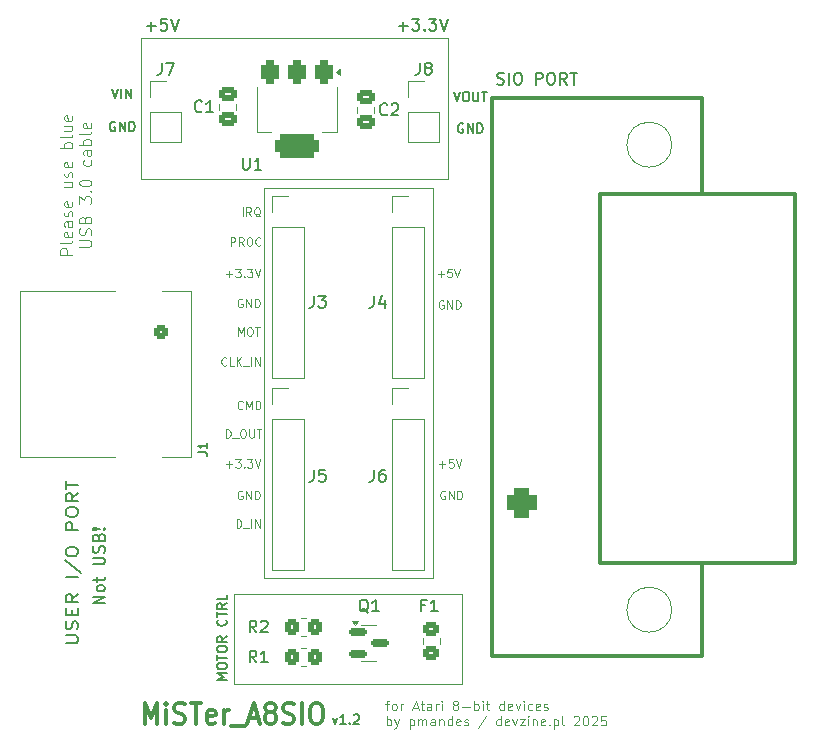
<source format=gto>
G04 #@! TF.GenerationSoftware,KiCad,Pcbnew,9.0.5*
G04 #@! TF.CreationDate,2025-11-16T23:30:58+01:00*
G04 #@! TF.ProjectId,MiSTer_A8SIO,4d695354-6572-45f4-9138-53494f2e6b69,1.2*
G04 #@! TF.SameCoordinates,Original*
G04 #@! TF.FileFunction,Legend,Top*
G04 #@! TF.FilePolarity,Positive*
%FSLAX46Y46*%
G04 Gerber Fmt 4.6, Leading zero omitted, Abs format (unit mm)*
G04 Created by KiCad (PCBNEW 9.0.5) date 2025-11-16 23:30:58*
%MOMM*%
%LPD*%
G01*
G04 APERTURE LIST*
G04 Aperture macros list*
%AMRoundRect*
0 Rectangle with rounded corners*
0 $1 Rounding radius*
0 $2 $3 $4 $5 $6 $7 $8 $9 X,Y pos of 4 corners*
0 Add a 4 corners polygon primitive as box body*
4,1,4,$2,$3,$4,$5,$6,$7,$8,$9,$2,$3,0*
0 Add four circle primitives for the rounded corners*
1,1,$1+$1,$2,$3*
1,1,$1+$1,$4,$5*
1,1,$1+$1,$6,$7*
1,1,$1+$1,$8,$9*
0 Add four rect primitives between the rounded corners*
20,1,$1+$1,$2,$3,$4,$5,0*
20,1,$1+$1,$4,$5,$6,$7,0*
20,1,$1+$1,$6,$7,$8,$9,0*
20,1,$1+$1,$8,$9,$2,$3,0*%
G04 Aperture macros list end*
%ADD10C,0.100000*%
%ADD11C,0.200000*%
%ADD12C,0.300000*%
%ADD13C,0.160000*%
%ADD14C,0.150000*%
%ADD15C,0.120000*%
%ADD16C,2.889806*%
%ADD17RoundRect,0.250000X0.475000X-0.337500X0.475000X0.337500X-0.475000X0.337500X-0.475000X-0.337500X0*%
%ADD18RoundRect,0.250000X0.350000X0.450000X-0.350000X0.450000X-0.350000X-0.450000X0.350000X-0.450000X0*%
%ADD19RoundRect,0.375000X-0.375000X0.625000X-0.375000X-0.625000X0.375000X-0.625000X0.375000X0.625000X0*%
%ADD20RoundRect,0.500000X-1.400000X0.500000X-1.400000X-0.500000X1.400000X-0.500000X1.400000X0.500000X0*%
%ADD21R,1.700000X1.700000*%
%ADD22O,1.700000X1.700000*%
%ADD23RoundRect,0.250000X0.450000X-0.325000X0.450000X0.325000X-0.450000X0.325000X-0.450000X-0.325000X0*%
%ADD24C,3.302000*%
%ADD25RoundRect,0.635000X-0.635000X0.635000X-0.635000X-0.635000X0.635000X-0.635000X0.635000X0.635000X0*%
%ADD26C,2.540000*%
%ADD27RoundRect,0.250000X-0.350000X-0.450000X0.350000X-0.450000X0.350000X0.450000X-0.350000X0.450000X0*%
%ADD28RoundRect,0.150000X-0.587500X-0.150000X0.587500X-0.150000X0.587500X0.150000X-0.587500X0.150000X0*%
%ADD29RoundRect,0.250000X-0.475000X0.337500X-0.475000X-0.337500X0.475000X-0.337500X0.475000X0.337500X0*%
%ADD30RoundRect,0.250000X-0.350000X0.350000X-0.350000X-0.350000X0.350000X-0.350000X0.350000X0.350000X0*%
%ADD31C,1.200000*%
%ADD32C,3.300000*%
G04 APERTURE END LIST*
D10*
X147749500Y-96085900D02*
X167053500Y-96085900D01*
X167053500Y-103705900D01*
X147749500Y-103705900D01*
X147749500Y-96085900D01*
X150241000Y-61722000D02*
X164592000Y-61722000D01*
X164592000Y-94742000D01*
X150241000Y-94742000D01*
X150241000Y-61722000D01*
X139862000Y-48985400D02*
X165862000Y-48985400D01*
X165862000Y-60985400D01*
X139862000Y-60985400D01*
X139862000Y-48985400D01*
X147044455Y-82840133D02*
X147044455Y-82140133D01*
X147044455Y-82140133D02*
X147211122Y-82140133D01*
X147211122Y-82140133D02*
X147311122Y-82173466D01*
X147311122Y-82173466D02*
X147377789Y-82240133D01*
X147377789Y-82240133D02*
X147411122Y-82306800D01*
X147411122Y-82306800D02*
X147444455Y-82440133D01*
X147444455Y-82440133D02*
X147444455Y-82540133D01*
X147444455Y-82540133D02*
X147411122Y-82673466D01*
X147411122Y-82673466D02*
X147377789Y-82740133D01*
X147377789Y-82740133D02*
X147311122Y-82806800D01*
X147311122Y-82806800D02*
X147211122Y-82840133D01*
X147211122Y-82840133D02*
X147044455Y-82840133D01*
X147577789Y-82906800D02*
X148111122Y-82906800D01*
X148411122Y-82140133D02*
X148544455Y-82140133D01*
X148544455Y-82140133D02*
X148611122Y-82173466D01*
X148611122Y-82173466D02*
X148677788Y-82240133D01*
X148677788Y-82240133D02*
X148711122Y-82373466D01*
X148711122Y-82373466D02*
X148711122Y-82606800D01*
X148711122Y-82606800D02*
X148677788Y-82740133D01*
X148677788Y-82740133D02*
X148611122Y-82806800D01*
X148611122Y-82806800D02*
X148544455Y-82840133D01*
X148544455Y-82840133D02*
X148411122Y-82840133D01*
X148411122Y-82840133D02*
X148344455Y-82806800D01*
X148344455Y-82806800D02*
X148277788Y-82740133D01*
X148277788Y-82740133D02*
X148244455Y-82606800D01*
X148244455Y-82606800D02*
X148244455Y-82373466D01*
X148244455Y-82373466D02*
X148277788Y-82240133D01*
X148277788Y-82240133D02*
X148344455Y-82173466D01*
X148344455Y-82173466D02*
X148411122Y-82140133D01*
X149011121Y-82140133D02*
X149011121Y-82706800D01*
X149011121Y-82706800D02*
X149044455Y-82773466D01*
X149044455Y-82773466D02*
X149077788Y-82806800D01*
X149077788Y-82806800D02*
X149144455Y-82840133D01*
X149144455Y-82840133D02*
X149277788Y-82840133D01*
X149277788Y-82840133D02*
X149344455Y-82806800D01*
X149344455Y-82806800D02*
X149377788Y-82773466D01*
X149377788Y-82773466D02*
X149411121Y-82706800D01*
X149411121Y-82706800D02*
X149411121Y-82140133D01*
X149644454Y-82140133D02*
X150044454Y-82140133D01*
X149844454Y-82840133D02*
X149844454Y-82140133D01*
X148427122Y-87380466D02*
X148360455Y-87347133D01*
X148360455Y-87347133D02*
X148260455Y-87347133D01*
X148260455Y-87347133D02*
X148160455Y-87380466D01*
X148160455Y-87380466D02*
X148093789Y-87447133D01*
X148093789Y-87447133D02*
X148060455Y-87513800D01*
X148060455Y-87513800D02*
X148027122Y-87647133D01*
X148027122Y-87647133D02*
X148027122Y-87747133D01*
X148027122Y-87747133D02*
X148060455Y-87880466D01*
X148060455Y-87880466D02*
X148093789Y-87947133D01*
X148093789Y-87947133D02*
X148160455Y-88013800D01*
X148160455Y-88013800D02*
X148260455Y-88047133D01*
X148260455Y-88047133D02*
X148327122Y-88047133D01*
X148327122Y-88047133D02*
X148427122Y-88013800D01*
X148427122Y-88013800D02*
X148460455Y-87980466D01*
X148460455Y-87980466D02*
X148460455Y-87747133D01*
X148460455Y-87747133D02*
X148327122Y-87747133D01*
X148760455Y-88047133D02*
X148760455Y-87347133D01*
X148760455Y-87347133D02*
X149160455Y-88047133D01*
X149160455Y-88047133D02*
X149160455Y-87347133D01*
X149493788Y-88047133D02*
X149493788Y-87347133D01*
X149493788Y-87347133D02*
X149660455Y-87347133D01*
X149660455Y-87347133D02*
X149760455Y-87380466D01*
X149760455Y-87380466D02*
X149827122Y-87447133D01*
X149827122Y-87447133D02*
X149860455Y-87513800D01*
X149860455Y-87513800D02*
X149893788Y-87647133D01*
X149893788Y-87647133D02*
X149893788Y-87747133D01*
X149893788Y-87747133D02*
X149860455Y-87880466D01*
X149860455Y-87880466D02*
X149827122Y-87947133D01*
X149827122Y-87947133D02*
X149760455Y-88013800D01*
X149760455Y-88013800D02*
X149660455Y-88047133D01*
X149660455Y-88047133D02*
X149493788Y-88047133D01*
D11*
X166323768Y-53574695D02*
X166590435Y-54374695D01*
X166590435Y-54374695D02*
X166857101Y-53574695D01*
X167276149Y-53574695D02*
X167428530Y-53574695D01*
X167428530Y-53574695D02*
X167504720Y-53612790D01*
X167504720Y-53612790D02*
X167580911Y-53688980D01*
X167580911Y-53688980D02*
X167619006Y-53841361D01*
X167619006Y-53841361D02*
X167619006Y-54108028D01*
X167619006Y-54108028D02*
X167580911Y-54260409D01*
X167580911Y-54260409D02*
X167504720Y-54336600D01*
X167504720Y-54336600D02*
X167428530Y-54374695D01*
X167428530Y-54374695D02*
X167276149Y-54374695D01*
X167276149Y-54374695D02*
X167199958Y-54336600D01*
X167199958Y-54336600D02*
X167123768Y-54260409D01*
X167123768Y-54260409D02*
X167085672Y-54108028D01*
X167085672Y-54108028D02*
X167085672Y-53841361D01*
X167085672Y-53841361D02*
X167123768Y-53688980D01*
X167123768Y-53688980D02*
X167199958Y-53612790D01*
X167199958Y-53612790D02*
X167276149Y-53574695D01*
X167961863Y-53574695D02*
X167961863Y-54222314D01*
X167961863Y-54222314D02*
X167999958Y-54298504D01*
X167999958Y-54298504D02*
X168038053Y-54336600D01*
X168038053Y-54336600D02*
X168114244Y-54374695D01*
X168114244Y-54374695D02*
X168266625Y-54374695D01*
X168266625Y-54374695D02*
X168342815Y-54336600D01*
X168342815Y-54336600D02*
X168380910Y-54298504D01*
X168380910Y-54298504D02*
X168419006Y-54222314D01*
X168419006Y-54222314D02*
X168419006Y-53574695D01*
X168685672Y-53574695D02*
X169142815Y-53574695D01*
X168914243Y-54374695D02*
X168914243Y-53574695D01*
X136773219Y-96868856D02*
X135773219Y-96868856D01*
X135773219Y-96868856D02*
X136773219Y-96297428D01*
X136773219Y-96297428D02*
X135773219Y-96297428D01*
X136773219Y-95678380D02*
X136725600Y-95773618D01*
X136725600Y-95773618D02*
X136677980Y-95821237D01*
X136677980Y-95821237D02*
X136582742Y-95868856D01*
X136582742Y-95868856D02*
X136297028Y-95868856D01*
X136297028Y-95868856D02*
X136201790Y-95821237D01*
X136201790Y-95821237D02*
X136154171Y-95773618D01*
X136154171Y-95773618D02*
X136106552Y-95678380D01*
X136106552Y-95678380D02*
X136106552Y-95535523D01*
X136106552Y-95535523D02*
X136154171Y-95440285D01*
X136154171Y-95440285D02*
X136201790Y-95392666D01*
X136201790Y-95392666D02*
X136297028Y-95345047D01*
X136297028Y-95345047D02*
X136582742Y-95345047D01*
X136582742Y-95345047D02*
X136677980Y-95392666D01*
X136677980Y-95392666D02*
X136725600Y-95440285D01*
X136725600Y-95440285D02*
X136773219Y-95535523D01*
X136773219Y-95535523D02*
X136773219Y-95678380D01*
X136106552Y-95059332D02*
X136106552Y-94678380D01*
X135773219Y-94916475D02*
X136630361Y-94916475D01*
X136630361Y-94916475D02*
X136725600Y-94868856D01*
X136725600Y-94868856D02*
X136773219Y-94773618D01*
X136773219Y-94773618D02*
X136773219Y-94678380D01*
X135773219Y-93583141D02*
X136582742Y-93583141D01*
X136582742Y-93583141D02*
X136677980Y-93535522D01*
X136677980Y-93535522D02*
X136725600Y-93487903D01*
X136725600Y-93487903D02*
X136773219Y-93392665D01*
X136773219Y-93392665D02*
X136773219Y-93202189D01*
X136773219Y-93202189D02*
X136725600Y-93106951D01*
X136725600Y-93106951D02*
X136677980Y-93059332D01*
X136677980Y-93059332D02*
X136582742Y-93011713D01*
X136582742Y-93011713D02*
X135773219Y-93011713D01*
X136725600Y-92583141D02*
X136773219Y-92440284D01*
X136773219Y-92440284D02*
X136773219Y-92202189D01*
X136773219Y-92202189D02*
X136725600Y-92106951D01*
X136725600Y-92106951D02*
X136677980Y-92059332D01*
X136677980Y-92059332D02*
X136582742Y-92011713D01*
X136582742Y-92011713D02*
X136487504Y-92011713D01*
X136487504Y-92011713D02*
X136392266Y-92059332D01*
X136392266Y-92059332D02*
X136344647Y-92106951D01*
X136344647Y-92106951D02*
X136297028Y-92202189D01*
X136297028Y-92202189D02*
X136249409Y-92392665D01*
X136249409Y-92392665D02*
X136201790Y-92487903D01*
X136201790Y-92487903D02*
X136154171Y-92535522D01*
X136154171Y-92535522D02*
X136058933Y-92583141D01*
X136058933Y-92583141D02*
X135963695Y-92583141D01*
X135963695Y-92583141D02*
X135868457Y-92535522D01*
X135868457Y-92535522D02*
X135820838Y-92487903D01*
X135820838Y-92487903D02*
X135773219Y-92392665D01*
X135773219Y-92392665D02*
X135773219Y-92154570D01*
X135773219Y-92154570D02*
X135820838Y-92011713D01*
X136249409Y-91249808D02*
X136297028Y-91106951D01*
X136297028Y-91106951D02*
X136344647Y-91059332D01*
X136344647Y-91059332D02*
X136439885Y-91011713D01*
X136439885Y-91011713D02*
X136582742Y-91011713D01*
X136582742Y-91011713D02*
X136677980Y-91059332D01*
X136677980Y-91059332D02*
X136725600Y-91106951D01*
X136725600Y-91106951D02*
X136773219Y-91202189D01*
X136773219Y-91202189D02*
X136773219Y-91583141D01*
X136773219Y-91583141D02*
X135773219Y-91583141D01*
X135773219Y-91583141D02*
X135773219Y-91249808D01*
X135773219Y-91249808D02*
X135820838Y-91154570D01*
X135820838Y-91154570D02*
X135868457Y-91106951D01*
X135868457Y-91106951D02*
X135963695Y-91059332D01*
X135963695Y-91059332D02*
X136058933Y-91059332D01*
X136058933Y-91059332D02*
X136154171Y-91106951D01*
X136154171Y-91106951D02*
X136201790Y-91154570D01*
X136201790Y-91154570D02*
X136249409Y-91249808D01*
X136249409Y-91249808D02*
X136249409Y-91583141D01*
X136677980Y-90583141D02*
X136725600Y-90535522D01*
X136725600Y-90535522D02*
X136773219Y-90583141D01*
X136773219Y-90583141D02*
X136725600Y-90630760D01*
X136725600Y-90630760D02*
X136677980Y-90583141D01*
X136677980Y-90583141D02*
X136773219Y-90583141D01*
X136392266Y-90583141D02*
X135820838Y-90630760D01*
X135820838Y-90630760D02*
X135773219Y-90583141D01*
X135773219Y-90583141D02*
X135820838Y-90535522D01*
X135820838Y-90535522D02*
X136392266Y-90583141D01*
X136392266Y-90583141D02*
X135773219Y-90583141D01*
D10*
X147044455Y-85113466D02*
X147577789Y-85113466D01*
X147311122Y-85380133D02*
X147311122Y-84846800D01*
X147844456Y-84680133D02*
X148277789Y-84680133D01*
X148277789Y-84680133D02*
X148044456Y-84946800D01*
X148044456Y-84946800D02*
X148144456Y-84946800D01*
X148144456Y-84946800D02*
X148211122Y-84980133D01*
X148211122Y-84980133D02*
X148244456Y-85013466D01*
X148244456Y-85013466D02*
X148277789Y-85080133D01*
X148277789Y-85080133D02*
X148277789Y-85246800D01*
X148277789Y-85246800D02*
X148244456Y-85313466D01*
X148244456Y-85313466D02*
X148211122Y-85346800D01*
X148211122Y-85346800D02*
X148144456Y-85380133D01*
X148144456Y-85380133D02*
X147944456Y-85380133D01*
X147944456Y-85380133D02*
X147877789Y-85346800D01*
X147877789Y-85346800D02*
X147844456Y-85313466D01*
X148577789Y-85313466D02*
X148611123Y-85346800D01*
X148611123Y-85346800D02*
X148577789Y-85380133D01*
X148577789Y-85380133D02*
X148544456Y-85346800D01*
X148544456Y-85346800D02*
X148577789Y-85313466D01*
X148577789Y-85313466D02*
X148577789Y-85380133D01*
X148844456Y-84680133D02*
X149277789Y-84680133D01*
X149277789Y-84680133D02*
X149044456Y-84946800D01*
X149044456Y-84946800D02*
X149144456Y-84946800D01*
X149144456Y-84946800D02*
X149211122Y-84980133D01*
X149211122Y-84980133D02*
X149244456Y-85013466D01*
X149244456Y-85013466D02*
X149277789Y-85080133D01*
X149277789Y-85080133D02*
X149277789Y-85246800D01*
X149277789Y-85246800D02*
X149244456Y-85313466D01*
X149244456Y-85313466D02*
X149211122Y-85346800D01*
X149211122Y-85346800D02*
X149144456Y-85380133D01*
X149144456Y-85380133D02*
X148944456Y-85380133D01*
X148944456Y-85380133D02*
X148877789Y-85346800D01*
X148877789Y-85346800D02*
X148844456Y-85313466D01*
X149477789Y-84680133D02*
X149711123Y-85380133D01*
X149711123Y-85380133D02*
X149944456Y-84680133D01*
X148427122Y-71124466D02*
X148360455Y-71091133D01*
X148360455Y-71091133D02*
X148260455Y-71091133D01*
X148260455Y-71091133D02*
X148160455Y-71124466D01*
X148160455Y-71124466D02*
X148093789Y-71191133D01*
X148093789Y-71191133D02*
X148060455Y-71257800D01*
X148060455Y-71257800D02*
X148027122Y-71391133D01*
X148027122Y-71391133D02*
X148027122Y-71491133D01*
X148027122Y-71491133D02*
X148060455Y-71624466D01*
X148060455Y-71624466D02*
X148093789Y-71691133D01*
X148093789Y-71691133D02*
X148160455Y-71757800D01*
X148160455Y-71757800D02*
X148260455Y-71791133D01*
X148260455Y-71791133D02*
X148327122Y-71791133D01*
X148327122Y-71791133D02*
X148427122Y-71757800D01*
X148427122Y-71757800D02*
X148460455Y-71724466D01*
X148460455Y-71724466D02*
X148460455Y-71491133D01*
X148460455Y-71491133D02*
X148327122Y-71491133D01*
X148760455Y-71791133D02*
X148760455Y-71091133D01*
X148760455Y-71091133D02*
X149160455Y-71791133D01*
X149160455Y-71791133D02*
X149160455Y-71091133D01*
X149493788Y-71791133D02*
X149493788Y-71091133D01*
X149493788Y-71091133D02*
X149660455Y-71091133D01*
X149660455Y-71091133D02*
X149760455Y-71124466D01*
X149760455Y-71124466D02*
X149827122Y-71191133D01*
X149827122Y-71191133D02*
X149860455Y-71257800D01*
X149860455Y-71257800D02*
X149893788Y-71391133D01*
X149893788Y-71391133D02*
X149893788Y-71491133D01*
X149893788Y-71491133D02*
X149860455Y-71624466D01*
X149860455Y-71624466D02*
X149827122Y-71691133D01*
X149827122Y-71691133D02*
X149760455Y-71757800D01*
X149760455Y-71757800D02*
X149660455Y-71791133D01*
X149660455Y-71791133D02*
X149493788Y-71791133D01*
D11*
X169994054Y-52905600D02*
X170136911Y-52953219D01*
X170136911Y-52953219D02*
X170375006Y-52953219D01*
X170375006Y-52953219D02*
X170470244Y-52905600D01*
X170470244Y-52905600D02*
X170517863Y-52857980D01*
X170517863Y-52857980D02*
X170565482Y-52762742D01*
X170565482Y-52762742D02*
X170565482Y-52667504D01*
X170565482Y-52667504D02*
X170517863Y-52572266D01*
X170517863Y-52572266D02*
X170470244Y-52524647D01*
X170470244Y-52524647D02*
X170375006Y-52477028D01*
X170375006Y-52477028D02*
X170184530Y-52429409D01*
X170184530Y-52429409D02*
X170089292Y-52381790D01*
X170089292Y-52381790D02*
X170041673Y-52334171D01*
X170041673Y-52334171D02*
X169994054Y-52238933D01*
X169994054Y-52238933D02*
X169994054Y-52143695D01*
X169994054Y-52143695D02*
X170041673Y-52048457D01*
X170041673Y-52048457D02*
X170089292Y-52000838D01*
X170089292Y-52000838D02*
X170184530Y-51953219D01*
X170184530Y-51953219D02*
X170422625Y-51953219D01*
X170422625Y-51953219D02*
X170565482Y-52000838D01*
X170994054Y-52953219D02*
X170994054Y-51953219D01*
X171660720Y-51953219D02*
X171851196Y-51953219D01*
X171851196Y-51953219D02*
X171946434Y-52000838D01*
X171946434Y-52000838D02*
X172041672Y-52096076D01*
X172041672Y-52096076D02*
X172089291Y-52286552D01*
X172089291Y-52286552D02*
X172089291Y-52619885D01*
X172089291Y-52619885D02*
X172041672Y-52810361D01*
X172041672Y-52810361D02*
X171946434Y-52905600D01*
X171946434Y-52905600D02*
X171851196Y-52953219D01*
X171851196Y-52953219D02*
X171660720Y-52953219D01*
X171660720Y-52953219D02*
X171565482Y-52905600D01*
X171565482Y-52905600D02*
X171470244Y-52810361D01*
X171470244Y-52810361D02*
X171422625Y-52619885D01*
X171422625Y-52619885D02*
X171422625Y-52286552D01*
X171422625Y-52286552D02*
X171470244Y-52096076D01*
X171470244Y-52096076D02*
X171565482Y-52000838D01*
X171565482Y-52000838D02*
X171660720Y-51953219D01*
X173279768Y-52953219D02*
X173279768Y-51953219D01*
X173279768Y-51953219D02*
X173660720Y-51953219D01*
X173660720Y-51953219D02*
X173755958Y-52000838D01*
X173755958Y-52000838D02*
X173803577Y-52048457D01*
X173803577Y-52048457D02*
X173851196Y-52143695D01*
X173851196Y-52143695D02*
X173851196Y-52286552D01*
X173851196Y-52286552D02*
X173803577Y-52381790D01*
X173803577Y-52381790D02*
X173755958Y-52429409D01*
X173755958Y-52429409D02*
X173660720Y-52477028D01*
X173660720Y-52477028D02*
X173279768Y-52477028D01*
X174470244Y-51953219D02*
X174660720Y-51953219D01*
X174660720Y-51953219D02*
X174755958Y-52000838D01*
X174755958Y-52000838D02*
X174851196Y-52096076D01*
X174851196Y-52096076D02*
X174898815Y-52286552D01*
X174898815Y-52286552D02*
X174898815Y-52619885D01*
X174898815Y-52619885D02*
X174851196Y-52810361D01*
X174851196Y-52810361D02*
X174755958Y-52905600D01*
X174755958Y-52905600D02*
X174660720Y-52953219D01*
X174660720Y-52953219D02*
X174470244Y-52953219D01*
X174470244Y-52953219D02*
X174375006Y-52905600D01*
X174375006Y-52905600D02*
X174279768Y-52810361D01*
X174279768Y-52810361D02*
X174232149Y-52619885D01*
X174232149Y-52619885D02*
X174232149Y-52286552D01*
X174232149Y-52286552D02*
X174279768Y-52096076D01*
X174279768Y-52096076D02*
X174375006Y-52000838D01*
X174375006Y-52000838D02*
X174470244Y-51953219D01*
X175898815Y-52953219D02*
X175565482Y-52477028D01*
X175327387Y-52953219D02*
X175327387Y-51953219D01*
X175327387Y-51953219D02*
X175708339Y-51953219D01*
X175708339Y-51953219D02*
X175803577Y-52000838D01*
X175803577Y-52000838D02*
X175851196Y-52048457D01*
X175851196Y-52048457D02*
X175898815Y-52143695D01*
X175898815Y-52143695D02*
X175898815Y-52286552D01*
X175898815Y-52286552D02*
X175851196Y-52381790D01*
X175851196Y-52381790D02*
X175803577Y-52429409D01*
X175803577Y-52429409D02*
X175708339Y-52477028D01*
X175708339Y-52477028D02*
X175327387Y-52477028D01*
X176184530Y-51953219D02*
X176755958Y-51953219D01*
X176470244Y-52953219D02*
X176470244Y-51953219D01*
D12*
X140151320Y-107079114D02*
X140151320Y-105279114D01*
X140151320Y-105279114D02*
X140684653Y-106564828D01*
X140684653Y-106564828D02*
X141217987Y-105279114D01*
X141217987Y-105279114D02*
X141217987Y-107079114D01*
X141979891Y-107079114D02*
X141979891Y-105879114D01*
X141979891Y-105279114D02*
X141903700Y-105364828D01*
X141903700Y-105364828D02*
X141979891Y-105450542D01*
X141979891Y-105450542D02*
X142056081Y-105364828D01*
X142056081Y-105364828D02*
X141979891Y-105279114D01*
X141979891Y-105279114D02*
X141979891Y-105450542D01*
X142665605Y-106993400D02*
X142894177Y-107079114D01*
X142894177Y-107079114D02*
X143275129Y-107079114D01*
X143275129Y-107079114D02*
X143427510Y-106993400D01*
X143427510Y-106993400D02*
X143503701Y-106907685D01*
X143503701Y-106907685D02*
X143579891Y-106736257D01*
X143579891Y-106736257D02*
X143579891Y-106564828D01*
X143579891Y-106564828D02*
X143503701Y-106393400D01*
X143503701Y-106393400D02*
X143427510Y-106307685D01*
X143427510Y-106307685D02*
X143275129Y-106221971D01*
X143275129Y-106221971D02*
X142970367Y-106136257D01*
X142970367Y-106136257D02*
X142817986Y-106050542D01*
X142817986Y-106050542D02*
X142741796Y-105964828D01*
X142741796Y-105964828D02*
X142665605Y-105793400D01*
X142665605Y-105793400D02*
X142665605Y-105621971D01*
X142665605Y-105621971D02*
X142741796Y-105450542D01*
X142741796Y-105450542D02*
X142817986Y-105364828D01*
X142817986Y-105364828D02*
X142970367Y-105279114D01*
X142970367Y-105279114D02*
X143351320Y-105279114D01*
X143351320Y-105279114D02*
X143579891Y-105364828D01*
X144037034Y-105279114D02*
X144951320Y-105279114D01*
X144494177Y-107079114D02*
X144494177Y-105279114D01*
X146094178Y-106993400D02*
X145941797Y-107079114D01*
X145941797Y-107079114D02*
X145637035Y-107079114D01*
X145637035Y-107079114D02*
X145484654Y-106993400D01*
X145484654Y-106993400D02*
X145408463Y-106821971D01*
X145408463Y-106821971D02*
X145408463Y-106136257D01*
X145408463Y-106136257D02*
X145484654Y-105964828D01*
X145484654Y-105964828D02*
X145637035Y-105879114D01*
X145637035Y-105879114D02*
X145941797Y-105879114D01*
X145941797Y-105879114D02*
X146094178Y-105964828D01*
X146094178Y-105964828D02*
X146170368Y-106136257D01*
X146170368Y-106136257D02*
X146170368Y-106307685D01*
X146170368Y-106307685D02*
X145408463Y-106479114D01*
X146856083Y-107079114D02*
X146856083Y-105879114D01*
X146856083Y-106221971D02*
X146932273Y-106050542D01*
X146932273Y-106050542D02*
X147008464Y-105964828D01*
X147008464Y-105964828D02*
X147160845Y-105879114D01*
X147160845Y-105879114D02*
X147313226Y-105879114D01*
X147465607Y-107250542D02*
X148684654Y-107250542D01*
X148989416Y-106564828D02*
X149751321Y-106564828D01*
X148837035Y-107079114D02*
X149370369Y-105279114D01*
X149370369Y-105279114D02*
X149903702Y-107079114D01*
X150665607Y-106050542D02*
X150513226Y-105964828D01*
X150513226Y-105964828D02*
X150437036Y-105879114D01*
X150437036Y-105879114D02*
X150360845Y-105707685D01*
X150360845Y-105707685D02*
X150360845Y-105621971D01*
X150360845Y-105621971D02*
X150437036Y-105450542D01*
X150437036Y-105450542D02*
X150513226Y-105364828D01*
X150513226Y-105364828D02*
X150665607Y-105279114D01*
X150665607Y-105279114D02*
X150970369Y-105279114D01*
X150970369Y-105279114D02*
X151122750Y-105364828D01*
X151122750Y-105364828D02*
X151198941Y-105450542D01*
X151198941Y-105450542D02*
X151275131Y-105621971D01*
X151275131Y-105621971D02*
X151275131Y-105707685D01*
X151275131Y-105707685D02*
X151198941Y-105879114D01*
X151198941Y-105879114D02*
X151122750Y-105964828D01*
X151122750Y-105964828D02*
X150970369Y-106050542D01*
X150970369Y-106050542D02*
X150665607Y-106050542D01*
X150665607Y-106050542D02*
X150513226Y-106136257D01*
X150513226Y-106136257D02*
X150437036Y-106221971D01*
X150437036Y-106221971D02*
X150360845Y-106393400D01*
X150360845Y-106393400D02*
X150360845Y-106736257D01*
X150360845Y-106736257D02*
X150437036Y-106907685D01*
X150437036Y-106907685D02*
X150513226Y-106993400D01*
X150513226Y-106993400D02*
X150665607Y-107079114D01*
X150665607Y-107079114D02*
X150970369Y-107079114D01*
X150970369Y-107079114D02*
X151122750Y-106993400D01*
X151122750Y-106993400D02*
X151198941Y-106907685D01*
X151198941Y-106907685D02*
X151275131Y-106736257D01*
X151275131Y-106736257D02*
X151275131Y-106393400D01*
X151275131Y-106393400D02*
X151198941Y-106221971D01*
X151198941Y-106221971D02*
X151122750Y-106136257D01*
X151122750Y-106136257D02*
X150970369Y-106050542D01*
X151884655Y-106993400D02*
X152113227Y-107079114D01*
X152113227Y-107079114D02*
X152494179Y-107079114D01*
X152494179Y-107079114D02*
X152646560Y-106993400D01*
X152646560Y-106993400D02*
X152722751Y-106907685D01*
X152722751Y-106907685D02*
X152798941Y-106736257D01*
X152798941Y-106736257D02*
X152798941Y-106564828D01*
X152798941Y-106564828D02*
X152722751Y-106393400D01*
X152722751Y-106393400D02*
X152646560Y-106307685D01*
X152646560Y-106307685D02*
X152494179Y-106221971D01*
X152494179Y-106221971D02*
X152189417Y-106136257D01*
X152189417Y-106136257D02*
X152037036Y-106050542D01*
X152037036Y-106050542D02*
X151960846Y-105964828D01*
X151960846Y-105964828D02*
X151884655Y-105793400D01*
X151884655Y-105793400D02*
X151884655Y-105621971D01*
X151884655Y-105621971D02*
X151960846Y-105450542D01*
X151960846Y-105450542D02*
X152037036Y-105364828D01*
X152037036Y-105364828D02*
X152189417Y-105279114D01*
X152189417Y-105279114D02*
X152570370Y-105279114D01*
X152570370Y-105279114D02*
X152798941Y-105364828D01*
X153484656Y-107079114D02*
X153484656Y-105279114D01*
X154551323Y-105279114D02*
X154856085Y-105279114D01*
X154856085Y-105279114D02*
X155008466Y-105364828D01*
X155008466Y-105364828D02*
X155160847Y-105536257D01*
X155160847Y-105536257D02*
X155237037Y-105879114D01*
X155237037Y-105879114D02*
X155237037Y-106479114D01*
X155237037Y-106479114D02*
X155160847Y-106821971D01*
X155160847Y-106821971D02*
X155008466Y-106993400D01*
X155008466Y-106993400D02*
X154856085Y-107079114D01*
X154856085Y-107079114D02*
X154551323Y-107079114D01*
X154551323Y-107079114D02*
X154398942Y-106993400D01*
X154398942Y-106993400D02*
X154246561Y-106821971D01*
X154246561Y-106821971D02*
X154170370Y-106479114D01*
X154170370Y-106479114D02*
X154170370Y-105879114D01*
X154170370Y-105879114D02*
X154246561Y-105536257D01*
X154246561Y-105536257D02*
X154398942Y-105364828D01*
X154398942Y-105364828D02*
X154551323Y-105279114D01*
D11*
X156074863Y-106546361D02*
X156265339Y-107079695D01*
X156265339Y-107079695D02*
X156455816Y-106546361D01*
X157179625Y-107079695D02*
X156722482Y-107079695D01*
X156951054Y-107079695D02*
X156951054Y-106279695D01*
X156951054Y-106279695D02*
X156874863Y-106393980D01*
X156874863Y-106393980D02*
X156798673Y-106470171D01*
X156798673Y-106470171D02*
X156722482Y-106508266D01*
X157522483Y-107003504D02*
X157560578Y-107041600D01*
X157560578Y-107041600D02*
X157522483Y-107079695D01*
X157522483Y-107079695D02*
X157484387Y-107041600D01*
X157484387Y-107041600D02*
X157522483Y-107003504D01*
X157522483Y-107003504D02*
X157522483Y-107079695D01*
X157865339Y-106355885D02*
X157903435Y-106317790D01*
X157903435Y-106317790D02*
X157979625Y-106279695D01*
X157979625Y-106279695D02*
X158170101Y-106279695D01*
X158170101Y-106279695D02*
X158246292Y-106317790D01*
X158246292Y-106317790D02*
X158284387Y-106355885D01*
X158284387Y-106355885D02*
X158322482Y-106432076D01*
X158322482Y-106432076D02*
X158322482Y-106508266D01*
X158322482Y-106508266D02*
X158284387Y-106622552D01*
X158284387Y-106622552D02*
X157827244Y-107079695D01*
X157827244Y-107079695D02*
X158322482Y-107079695D01*
D10*
X165445122Y-71251466D02*
X165378455Y-71218133D01*
X165378455Y-71218133D02*
X165278455Y-71218133D01*
X165278455Y-71218133D02*
X165178455Y-71251466D01*
X165178455Y-71251466D02*
X165111789Y-71318133D01*
X165111789Y-71318133D02*
X165078455Y-71384800D01*
X165078455Y-71384800D02*
X165045122Y-71518133D01*
X165045122Y-71518133D02*
X165045122Y-71618133D01*
X165045122Y-71618133D02*
X165078455Y-71751466D01*
X165078455Y-71751466D02*
X165111789Y-71818133D01*
X165111789Y-71818133D02*
X165178455Y-71884800D01*
X165178455Y-71884800D02*
X165278455Y-71918133D01*
X165278455Y-71918133D02*
X165345122Y-71918133D01*
X165345122Y-71918133D02*
X165445122Y-71884800D01*
X165445122Y-71884800D02*
X165478455Y-71851466D01*
X165478455Y-71851466D02*
X165478455Y-71618133D01*
X165478455Y-71618133D02*
X165345122Y-71618133D01*
X165778455Y-71918133D02*
X165778455Y-71218133D01*
X165778455Y-71218133D02*
X166178455Y-71918133D01*
X166178455Y-71918133D02*
X166178455Y-71218133D01*
X166511788Y-71918133D02*
X166511788Y-71218133D01*
X166511788Y-71218133D02*
X166678455Y-71218133D01*
X166678455Y-71218133D02*
X166778455Y-71251466D01*
X166778455Y-71251466D02*
X166845122Y-71318133D01*
X166845122Y-71318133D02*
X166878455Y-71384800D01*
X166878455Y-71384800D02*
X166911788Y-71518133D01*
X166911788Y-71518133D02*
X166911788Y-71618133D01*
X166911788Y-71618133D02*
X166878455Y-71751466D01*
X166878455Y-71751466D02*
X166845122Y-71818133D01*
X166845122Y-71818133D02*
X166778455Y-71884800D01*
X166778455Y-71884800D02*
X166678455Y-71918133D01*
X166678455Y-71918133D02*
X166511788Y-71918133D01*
D11*
X161659673Y-48000266D02*
X162421578Y-48000266D01*
X162040625Y-48381219D02*
X162040625Y-47619314D01*
X162802530Y-47381219D02*
X163421577Y-47381219D01*
X163421577Y-47381219D02*
X163088244Y-47762171D01*
X163088244Y-47762171D02*
X163231101Y-47762171D01*
X163231101Y-47762171D02*
X163326339Y-47809790D01*
X163326339Y-47809790D02*
X163373958Y-47857409D01*
X163373958Y-47857409D02*
X163421577Y-47952647D01*
X163421577Y-47952647D02*
X163421577Y-48190742D01*
X163421577Y-48190742D02*
X163373958Y-48285980D01*
X163373958Y-48285980D02*
X163326339Y-48333600D01*
X163326339Y-48333600D02*
X163231101Y-48381219D01*
X163231101Y-48381219D02*
X162945387Y-48381219D01*
X162945387Y-48381219D02*
X162850149Y-48333600D01*
X162850149Y-48333600D02*
X162802530Y-48285980D01*
X163850149Y-48285980D02*
X163897768Y-48333600D01*
X163897768Y-48333600D02*
X163850149Y-48381219D01*
X163850149Y-48381219D02*
X163802530Y-48333600D01*
X163802530Y-48333600D02*
X163850149Y-48285980D01*
X163850149Y-48285980D02*
X163850149Y-48381219D01*
X164231101Y-47381219D02*
X164850148Y-47381219D01*
X164850148Y-47381219D02*
X164516815Y-47762171D01*
X164516815Y-47762171D02*
X164659672Y-47762171D01*
X164659672Y-47762171D02*
X164754910Y-47809790D01*
X164754910Y-47809790D02*
X164802529Y-47857409D01*
X164802529Y-47857409D02*
X164850148Y-47952647D01*
X164850148Y-47952647D02*
X164850148Y-48190742D01*
X164850148Y-48190742D02*
X164802529Y-48285980D01*
X164802529Y-48285980D02*
X164754910Y-48333600D01*
X164754910Y-48333600D02*
X164659672Y-48381219D01*
X164659672Y-48381219D02*
X164373958Y-48381219D01*
X164373958Y-48381219D02*
X164278720Y-48333600D01*
X164278720Y-48333600D02*
X164231101Y-48285980D01*
X165135863Y-47381219D02*
X165469196Y-48381219D01*
X165469196Y-48381219D02*
X165802529Y-47381219D01*
D10*
X147425455Y-66584133D02*
X147425455Y-65884133D01*
X147425455Y-65884133D02*
X147692122Y-65884133D01*
X147692122Y-65884133D02*
X147758789Y-65917466D01*
X147758789Y-65917466D02*
X147792122Y-65950800D01*
X147792122Y-65950800D02*
X147825455Y-66017466D01*
X147825455Y-66017466D02*
X147825455Y-66117466D01*
X147825455Y-66117466D02*
X147792122Y-66184133D01*
X147792122Y-66184133D02*
X147758789Y-66217466D01*
X147758789Y-66217466D02*
X147692122Y-66250800D01*
X147692122Y-66250800D02*
X147425455Y-66250800D01*
X148525455Y-66584133D02*
X148292122Y-66250800D01*
X148125455Y-66584133D02*
X148125455Y-65884133D01*
X148125455Y-65884133D02*
X148392122Y-65884133D01*
X148392122Y-65884133D02*
X148458789Y-65917466D01*
X148458789Y-65917466D02*
X148492122Y-65950800D01*
X148492122Y-65950800D02*
X148525455Y-66017466D01*
X148525455Y-66017466D02*
X148525455Y-66117466D01*
X148525455Y-66117466D02*
X148492122Y-66184133D01*
X148492122Y-66184133D02*
X148458789Y-66217466D01*
X148458789Y-66217466D02*
X148392122Y-66250800D01*
X148392122Y-66250800D02*
X148125455Y-66250800D01*
X148958789Y-65884133D02*
X149092122Y-65884133D01*
X149092122Y-65884133D02*
X149158789Y-65917466D01*
X149158789Y-65917466D02*
X149225455Y-65984133D01*
X149225455Y-65984133D02*
X149258789Y-66117466D01*
X149258789Y-66117466D02*
X149258789Y-66350800D01*
X149258789Y-66350800D02*
X149225455Y-66484133D01*
X149225455Y-66484133D02*
X149158789Y-66550800D01*
X149158789Y-66550800D02*
X149092122Y-66584133D01*
X149092122Y-66584133D02*
X148958789Y-66584133D01*
X148958789Y-66584133D02*
X148892122Y-66550800D01*
X148892122Y-66550800D02*
X148825455Y-66484133D01*
X148825455Y-66484133D02*
X148792122Y-66350800D01*
X148792122Y-66350800D02*
X148792122Y-66117466D01*
X148792122Y-66117466D02*
X148825455Y-65984133D01*
X148825455Y-65984133D02*
X148892122Y-65917466D01*
X148892122Y-65917466D02*
X148958789Y-65884133D01*
X149958788Y-66517466D02*
X149925455Y-66550800D01*
X149925455Y-66550800D02*
X149825455Y-66584133D01*
X149825455Y-66584133D02*
X149758788Y-66584133D01*
X149758788Y-66584133D02*
X149658788Y-66550800D01*
X149658788Y-66550800D02*
X149592122Y-66484133D01*
X149592122Y-66484133D02*
X149558788Y-66417466D01*
X149558788Y-66417466D02*
X149525455Y-66284133D01*
X149525455Y-66284133D02*
X149525455Y-66184133D01*
X149525455Y-66184133D02*
X149558788Y-66050800D01*
X149558788Y-66050800D02*
X149592122Y-65984133D01*
X149592122Y-65984133D02*
X149658788Y-65917466D01*
X149658788Y-65917466D02*
X149758788Y-65884133D01*
X149758788Y-65884133D02*
X149825455Y-65884133D01*
X149825455Y-65884133D02*
X149925455Y-65917466D01*
X149925455Y-65917466D02*
X149958788Y-65950800D01*
X147044455Y-68984466D02*
X147577789Y-68984466D01*
X147311122Y-69251133D02*
X147311122Y-68717800D01*
X147844456Y-68551133D02*
X148277789Y-68551133D01*
X148277789Y-68551133D02*
X148044456Y-68817800D01*
X148044456Y-68817800D02*
X148144456Y-68817800D01*
X148144456Y-68817800D02*
X148211122Y-68851133D01*
X148211122Y-68851133D02*
X148244456Y-68884466D01*
X148244456Y-68884466D02*
X148277789Y-68951133D01*
X148277789Y-68951133D02*
X148277789Y-69117800D01*
X148277789Y-69117800D02*
X148244456Y-69184466D01*
X148244456Y-69184466D02*
X148211122Y-69217800D01*
X148211122Y-69217800D02*
X148144456Y-69251133D01*
X148144456Y-69251133D02*
X147944456Y-69251133D01*
X147944456Y-69251133D02*
X147877789Y-69217800D01*
X147877789Y-69217800D02*
X147844456Y-69184466D01*
X148577789Y-69184466D02*
X148611123Y-69217800D01*
X148611123Y-69217800D02*
X148577789Y-69251133D01*
X148577789Y-69251133D02*
X148544456Y-69217800D01*
X148544456Y-69217800D02*
X148577789Y-69184466D01*
X148577789Y-69184466D02*
X148577789Y-69251133D01*
X148844456Y-68551133D02*
X149277789Y-68551133D01*
X149277789Y-68551133D02*
X149044456Y-68817800D01*
X149044456Y-68817800D02*
X149144456Y-68817800D01*
X149144456Y-68817800D02*
X149211122Y-68851133D01*
X149211122Y-68851133D02*
X149244456Y-68884466D01*
X149244456Y-68884466D02*
X149277789Y-68951133D01*
X149277789Y-68951133D02*
X149277789Y-69117800D01*
X149277789Y-69117800D02*
X149244456Y-69184466D01*
X149244456Y-69184466D02*
X149211122Y-69217800D01*
X149211122Y-69217800D02*
X149144456Y-69251133D01*
X149144456Y-69251133D02*
X148944456Y-69251133D01*
X148944456Y-69251133D02*
X148877789Y-69217800D01*
X148877789Y-69217800D02*
X148844456Y-69184466D01*
X149477789Y-68551133D02*
X149711123Y-69251133D01*
X149711123Y-69251133D02*
X149944456Y-68551133D01*
X165078455Y-85113466D02*
X165611789Y-85113466D01*
X165345122Y-85380133D02*
X165345122Y-84846800D01*
X166278456Y-84680133D02*
X165945122Y-84680133D01*
X165945122Y-84680133D02*
X165911789Y-85013466D01*
X165911789Y-85013466D02*
X165945122Y-84980133D01*
X165945122Y-84980133D02*
X166011789Y-84946800D01*
X166011789Y-84946800D02*
X166178456Y-84946800D01*
X166178456Y-84946800D02*
X166245122Y-84980133D01*
X166245122Y-84980133D02*
X166278456Y-85013466D01*
X166278456Y-85013466D02*
X166311789Y-85080133D01*
X166311789Y-85080133D02*
X166311789Y-85246800D01*
X166311789Y-85246800D02*
X166278456Y-85313466D01*
X166278456Y-85313466D02*
X166245122Y-85346800D01*
X166245122Y-85346800D02*
X166178456Y-85380133D01*
X166178456Y-85380133D02*
X166011789Y-85380133D01*
X166011789Y-85380133D02*
X165945122Y-85346800D01*
X165945122Y-85346800D02*
X165911789Y-85313466D01*
X166511789Y-84680133D02*
X166745123Y-85380133D01*
X166745123Y-85380133D02*
X166978456Y-84680133D01*
D11*
X140323673Y-48000266D02*
X141085578Y-48000266D01*
X140704625Y-48381219D02*
X140704625Y-47619314D01*
X142037958Y-47381219D02*
X141561768Y-47381219D01*
X141561768Y-47381219D02*
X141514149Y-47857409D01*
X141514149Y-47857409D02*
X141561768Y-47809790D01*
X141561768Y-47809790D02*
X141657006Y-47762171D01*
X141657006Y-47762171D02*
X141895101Y-47762171D01*
X141895101Y-47762171D02*
X141990339Y-47809790D01*
X141990339Y-47809790D02*
X142037958Y-47857409D01*
X142037958Y-47857409D02*
X142085577Y-47952647D01*
X142085577Y-47952647D02*
X142085577Y-48190742D01*
X142085577Y-48190742D02*
X142037958Y-48285980D01*
X142037958Y-48285980D02*
X141990339Y-48333600D01*
X141990339Y-48333600D02*
X141895101Y-48381219D01*
X141895101Y-48381219D02*
X141657006Y-48381219D01*
X141657006Y-48381219D02*
X141561768Y-48333600D01*
X141561768Y-48333600D02*
X141514149Y-48285980D01*
X142371292Y-47381219D02*
X142704625Y-48381219D01*
X142704625Y-48381219D02*
X143037958Y-47381219D01*
D13*
X147086775Y-103336260D02*
X146286775Y-103336260D01*
X146286775Y-103336260D02*
X146858203Y-103069594D01*
X146858203Y-103069594D02*
X146286775Y-102802927D01*
X146286775Y-102802927D02*
X147086775Y-102802927D01*
X146286775Y-102269593D02*
X146286775Y-102117212D01*
X146286775Y-102117212D02*
X146324870Y-102041022D01*
X146324870Y-102041022D02*
X146401060Y-101964831D01*
X146401060Y-101964831D02*
X146553441Y-101926736D01*
X146553441Y-101926736D02*
X146820108Y-101926736D01*
X146820108Y-101926736D02*
X146972489Y-101964831D01*
X146972489Y-101964831D02*
X147048680Y-102041022D01*
X147048680Y-102041022D02*
X147086775Y-102117212D01*
X147086775Y-102117212D02*
X147086775Y-102269593D01*
X147086775Y-102269593D02*
X147048680Y-102345784D01*
X147048680Y-102345784D02*
X146972489Y-102421974D01*
X146972489Y-102421974D02*
X146820108Y-102460070D01*
X146820108Y-102460070D02*
X146553441Y-102460070D01*
X146553441Y-102460070D02*
X146401060Y-102421974D01*
X146401060Y-102421974D02*
X146324870Y-102345784D01*
X146324870Y-102345784D02*
X146286775Y-102269593D01*
X146286775Y-101698165D02*
X146286775Y-101241022D01*
X147086775Y-101469594D02*
X146286775Y-101469594D01*
X146286775Y-100821974D02*
X146286775Y-100669593D01*
X146286775Y-100669593D02*
X146324870Y-100593403D01*
X146324870Y-100593403D02*
X146401060Y-100517212D01*
X146401060Y-100517212D02*
X146553441Y-100479117D01*
X146553441Y-100479117D02*
X146820108Y-100479117D01*
X146820108Y-100479117D02*
X146972489Y-100517212D01*
X146972489Y-100517212D02*
X147048680Y-100593403D01*
X147048680Y-100593403D02*
X147086775Y-100669593D01*
X147086775Y-100669593D02*
X147086775Y-100821974D01*
X147086775Y-100821974D02*
X147048680Y-100898165D01*
X147048680Y-100898165D02*
X146972489Y-100974355D01*
X146972489Y-100974355D02*
X146820108Y-101012451D01*
X146820108Y-101012451D02*
X146553441Y-101012451D01*
X146553441Y-101012451D02*
X146401060Y-100974355D01*
X146401060Y-100974355D02*
X146324870Y-100898165D01*
X146324870Y-100898165D02*
X146286775Y-100821974D01*
X147086775Y-99679117D02*
X146705822Y-99945784D01*
X147086775Y-100136260D02*
X146286775Y-100136260D01*
X146286775Y-100136260D02*
X146286775Y-99831498D01*
X146286775Y-99831498D02*
X146324870Y-99755308D01*
X146324870Y-99755308D02*
X146362965Y-99717213D01*
X146362965Y-99717213D02*
X146439156Y-99679117D01*
X146439156Y-99679117D02*
X146553441Y-99679117D01*
X146553441Y-99679117D02*
X146629632Y-99717213D01*
X146629632Y-99717213D02*
X146667727Y-99755308D01*
X146667727Y-99755308D02*
X146705822Y-99831498D01*
X146705822Y-99831498D02*
X146705822Y-100136260D01*
X147010584Y-98269593D02*
X147048680Y-98307689D01*
X147048680Y-98307689D02*
X147086775Y-98421974D01*
X147086775Y-98421974D02*
X147086775Y-98498165D01*
X147086775Y-98498165D02*
X147048680Y-98612451D01*
X147048680Y-98612451D02*
X146972489Y-98688641D01*
X146972489Y-98688641D02*
X146896299Y-98726736D01*
X146896299Y-98726736D02*
X146743918Y-98764832D01*
X146743918Y-98764832D02*
X146629632Y-98764832D01*
X146629632Y-98764832D02*
X146477251Y-98726736D01*
X146477251Y-98726736D02*
X146401060Y-98688641D01*
X146401060Y-98688641D02*
X146324870Y-98612451D01*
X146324870Y-98612451D02*
X146286775Y-98498165D01*
X146286775Y-98498165D02*
X146286775Y-98421974D01*
X146286775Y-98421974D02*
X146324870Y-98307689D01*
X146324870Y-98307689D02*
X146362965Y-98269593D01*
X146286775Y-98041022D02*
X146286775Y-97583879D01*
X147086775Y-97812451D02*
X146286775Y-97812451D01*
X147086775Y-96860069D02*
X146705822Y-97126736D01*
X147086775Y-97317212D02*
X146286775Y-97317212D01*
X146286775Y-97317212D02*
X146286775Y-97012450D01*
X146286775Y-97012450D02*
X146324870Y-96936260D01*
X146324870Y-96936260D02*
X146362965Y-96898165D01*
X146362965Y-96898165D02*
X146439156Y-96860069D01*
X146439156Y-96860069D02*
X146553441Y-96860069D01*
X146553441Y-96860069D02*
X146629632Y-96898165D01*
X146629632Y-96898165D02*
X146667727Y-96936260D01*
X146667727Y-96936260D02*
X146705822Y-97012450D01*
X146705822Y-97012450D02*
X146705822Y-97317212D01*
X147086775Y-96136260D02*
X147086775Y-96517212D01*
X147086775Y-96517212D02*
X146286775Y-96517212D01*
D10*
X147933455Y-90460133D02*
X147933455Y-89760133D01*
X147933455Y-89760133D02*
X148100122Y-89760133D01*
X148100122Y-89760133D02*
X148200122Y-89793466D01*
X148200122Y-89793466D02*
X148266789Y-89860133D01*
X148266789Y-89860133D02*
X148300122Y-89926800D01*
X148300122Y-89926800D02*
X148333455Y-90060133D01*
X148333455Y-90060133D02*
X148333455Y-90160133D01*
X148333455Y-90160133D02*
X148300122Y-90293466D01*
X148300122Y-90293466D02*
X148266789Y-90360133D01*
X148266789Y-90360133D02*
X148200122Y-90426800D01*
X148200122Y-90426800D02*
X148100122Y-90460133D01*
X148100122Y-90460133D02*
X147933455Y-90460133D01*
X148466789Y-90526800D02*
X149000122Y-90526800D01*
X149166788Y-90460133D02*
X149166788Y-89760133D01*
X149500121Y-90460133D02*
X149500121Y-89760133D01*
X149500121Y-89760133D02*
X149900121Y-90460133D01*
X149900121Y-90460133D02*
X149900121Y-89760133D01*
D11*
X137367768Y-53320695D02*
X137634435Y-54120695D01*
X137634435Y-54120695D02*
X137901101Y-53320695D01*
X138167768Y-54120695D02*
X138167768Y-53320695D01*
X138548720Y-54120695D02*
X138548720Y-53320695D01*
X138548720Y-53320695D02*
X139005863Y-54120695D01*
X139005863Y-54120695D02*
X139005863Y-53320695D01*
D10*
X147063455Y-76677466D02*
X147030122Y-76710800D01*
X147030122Y-76710800D02*
X146930122Y-76744133D01*
X146930122Y-76744133D02*
X146863455Y-76744133D01*
X146863455Y-76744133D02*
X146763455Y-76710800D01*
X146763455Y-76710800D02*
X146696789Y-76644133D01*
X146696789Y-76644133D02*
X146663455Y-76577466D01*
X146663455Y-76577466D02*
X146630122Y-76444133D01*
X146630122Y-76444133D02*
X146630122Y-76344133D01*
X146630122Y-76344133D02*
X146663455Y-76210800D01*
X146663455Y-76210800D02*
X146696789Y-76144133D01*
X146696789Y-76144133D02*
X146763455Y-76077466D01*
X146763455Y-76077466D02*
X146863455Y-76044133D01*
X146863455Y-76044133D02*
X146930122Y-76044133D01*
X146930122Y-76044133D02*
X147030122Y-76077466D01*
X147030122Y-76077466D02*
X147063455Y-76110800D01*
X147696789Y-76744133D02*
X147363455Y-76744133D01*
X147363455Y-76744133D02*
X147363455Y-76044133D01*
X147930122Y-76744133D02*
X147930122Y-76044133D01*
X148330122Y-76744133D02*
X148030122Y-76344133D01*
X148330122Y-76044133D02*
X147930122Y-76444133D01*
X148463456Y-76810800D02*
X148996789Y-76810800D01*
X149163455Y-76744133D02*
X149163455Y-76044133D01*
X149496788Y-76744133D02*
X149496788Y-76044133D01*
X149496788Y-76044133D02*
X149896788Y-76744133D01*
X149896788Y-76744133D02*
X149896788Y-76044133D01*
X134025475Y-67348953D02*
X133025475Y-67348953D01*
X133025475Y-67348953D02*
X133025475Y-66968001D01*
X133025475Y-66968001D02*
X133073094Y-66872763D01*
X133073094Y-66872763D02*
X133120713Y-66825144D01*
X133120713Y-66825144D02*
X133215951Y-66777525D01*
X133215951Y-66777525D02*
X133358808Y-66777525D01*
X133358808Y-66777525D02*
X133454046Y-66825144D01*
X133454046Y-66825144D02*
X133501665Y-66872763D01*
X133501665Y-66872763D02*
X133549284Y-66968001D01*
X133549284Y-66968001D02*
X133549284Y-67348953D01*
X134025475Y-66206096D02*
X133977856Y-66301334D01*
X133977856Y-66301334D02*
X133882617Y-66348953D01*
X133882617Y-66348953D02*
X133025475Y-66348953D01*
X133977856Y-65444191D02*
X134025475Y-65539429D01*
X134025475Y-65539429D02*
X134025475Y-65729905D01*
X134025475Y-65729905D02*
X133977856Y-65825143D01*
X133977856Y-65825143D02*
X133882617Y-65872762D01*
X133882617Y-65872762D02*
X133501665Y-65872762D01*
X133501665Y-65872762D02*
X133406427Y-65825143D01*
X133406427Y-65825143D02*
X133358808Y-65729905D01*
X133358808Y-65729905D02*
X133358808Y-65539429D01*
X133358808Y-65539429D02*
X133406427Y-65444191D01*
X133406427Y-65444191D02*
X133501665Y-65396572D01*
X133501665Y-65396572D02*
X133596903Y-65396572D01*
X133596903Y-65396572D02*
X133692141Y-65872762D01*
X134025475Y-64539429D02*
X133501665Y-64539429D01*
X133501665Y-64539429D02*
X133406427Y-64587048D01*
X133406427Y-64587048D02*
X133358808Y-64682286D01*
X133358808Y-64682286D02*
X133358808Y-64872762D01*
X133358808Y-64872762D02*
X133406427Y-64968000D01*
X133977856Y-64539429D02*
X134025475Y-64634667D01*
X134025475Y-64634667D02*
X134025475Y-64872762D01*
X134025475Y-64872762D02*
X133977856Y-64968000D01*
X133977856Y-64968000D02*
X133882617Y-65015619D01*
X133882617Y-65015619D02*
X133787379Y-65015619D01*
X133787379Y-65015619D02*
X133692141Y-64968000D01*
X133692141Y-64968000D02*
X133644522Y-64872762D01*
X133644522Y-64872762D02*
X133644522Y-64634667D01*
X133644522Y-64634667D02*
X133596903Y-64539429D01*
X133977856Y-64110857D02*
X134025475Y-64015619D01*
X134025475Y-64015619D02*
X134025475Y-63825143D01*
X134025475Y-63825143D02*
X133977856Y-63729905D01*
X133977856Y-63729905D02*
X133882617Y-63682286D01*
X133882617Y-63682286D02*
X133834998Y-63682286D01*
X133834998Y-63682286D02*
X133739760Y-63729905D01*
X133739760Y-63729905D02*
X133692141Y-63825143D01*
X133692141Y-63825143D02*
X133692141Y-63968000D01*
X133692141Y-63968000D02*
X133644522Y-64063238D01*
X133644522Y-64063238D02*
X133549284Y-64110857D01*
X133549284Y-64110857D02*
X133501665Y-64110857D01*
X133501665Y-64110857D02*
X133406427Y-64063238D01*
X133406427Y-64063238D02*
X133358808Y-63968000D01*
X133358808Y-63968000D02*
X133358808Y-63825143D01*
X133358808Y-63825143D02*
X133406427Y-63729905D01*
X133977856Y-62872762D02*
X134025475Y-62968000D01*
X134025475Y-62968000D02*
X134025475Y-63158476D01*
X134025475Y-63158476D02*
X133977856Y-63253714D01*
X133977856Y-63253714D02*
X133882617Y-63301333D01*
X133882617Y-63301333D02*
X133501665Y-63301333D01*
X133501665Y-63301333D02*
X133406427Y-63253714D01*
X133406427Y-63253714D02*
X133358808Y-63158476D01*
X133358808Y-63158476D02*
X133358808Y-62968000D01*
X133358808Y-62968000D02*
X133406427Y-62872762D01*
X133406427Y-62872762D02*
X133501665Y-62825143D01*
X133501665Y-62825143D02*
X133596903Y-62825143D01*
X133596903Y-62825143D02*
X133692141Y-63301333D01*
X133358808Y-61206095D02*
X134025475Y-61206095D01*
X133358808Y-61634666D02*
X133882617Y-61634666D01*
X133882617Y-61634666D02*
X133977856Y-61587047D01*
X133977856Y-61587047D02*
X134025475Y-61491809D01*
X134025475Y-61491809D02*
X134025475Y-61348952D01*
X134025475Y-61348952D02*
X133977856Y-61253714D01*
X133977856Y-61253714D02*
X133930236Y-61206095D01*
X133977856Y-60777523D02*
X134025475Y-60682285D01*
X134025475Y-60682285D02*
X134025475Y-60491809D01*
X134025475Y-60491809D02*
X133977856Y-60396571D01*
X133977856Y-60396571D02*
X133882617Y-60348952D01*
X133882617Y-60348952D02*
X133834998Y-60348952D01*
X133834998Y-60348952D02*
X133739760Y-60396571D01*
X133739760Y-60396571D02*
X133692141Y-60491809D01*
X133692141Y-60491809D02*
X133692141Y-60634666D01*
X133692141Y-60634666D02*
X133644522Y-60729904D01*
X133644522Y-60729904D02*
X133549284Y-60777523D01*
X133549284Y-60777523D02*
X133501665Y-60777523D01*
X133501665Y-60777523D02*
X133406427Y-60729904D01*
X133406427Y-60729904D02*
X133358808Y-60634666D01*
X133358808Y-60634666D02*
X133358808Y-60491809D01*
X133358808Y-60491809D02*
X133406427Y-60396571D01*
X133977856Y-59539428D02*
X134025475Y-59634666D01*
X134025475Y-59634666D02*
X134025475Y-59825142D01*
X134025475Y-59825142D02*
X133977856Y-59920380D01*
X133977856Y-59920380D02*
X133882617Y-59967999D01*
X133882617Y-59967999D02*
X133501665Y-59967999D01*
X133501665Y-59967999D02*
X133406427Y-59920380D01*
X133406427Y-59920380D02*
X133358808Y-59825142D01*
X133358808Y-59825142D02*
X133358808Y-59634666D01*
X133358808Y-59634666D02*
X133406427Y-59539428D01*
X133406427Y-59539428D02*
X133501665Y-59491809D01*
X133501665Y-59491809D02*
X133596903Y-59491809D01*
X133596903Y-59491809D02*
X133692141Y-59967999D01*
X134025475Y-58301332D02*
X133025475Y-58301332D01*
X133406427Y-58301332D02*
X133358808Y-58206094D01*
X133358808Y-58206094D02*
X133358808Y-58015618D01*
X133358808Y-58015618D02*
X133406427Y-57920380D01*
X133406427Y-57920380D02*
X133454046Y-57872761D01*
X133454046Y-57872761D02*
X133549284Y-57825142D01*
X133549284Y-57825142D02*
X133834998Y-57825142D01*
X133834998Y-57825142D02*
X133930236Y-57872761D01*
X133930236Y-57872761D02*
X133977856Y-57920380D01*
X133977856Y-57920380D02*
X134025475Y-58015618D01*
X134025475Y-58015618D02*
X134025475Y-58206094D01*
X134025475Y-58206094D02*
X133977856Y-58301332D01*
X134025475Y-57253713D02*
X133977856Y-57348951D01*
X133977856Y-57348951D02*
X133882617Y-57396570D01*
X133882617Y-57396570D02*
X133025475Y-57396570D01*
X133358808Y-56444189D02*
X134025475Y-56444189D01*
X133358808Y-56872760D02*
X133882617Y-56872760D01*
X133882617Y-56872760D02*
X133977856Y-56825141D01*
X133977856Y-56825141D02*
X134025475Y-56729903D01*
X134025475Y-56729903D02*
X134025475Y-56587046D01*
X134025475Y-56587046D02*
X133977856Y-56491808D01*
X133977856Y-56491808D02*
X133930236Y-56444189D01*
X133977856Y-55587046D02*
X134025475Y-55682284D01*
X134025475Y-55682284D02*
X134025475Y-55872760D01*
X134025475Y-55872760D02*
X133977856Y-55967998D01*
X133977856Y-55967998D02*
X133882617Y-56015617D01*
X133882617Y-56015617D02*
X133501665Y-56015617D01*
X133501665Y-56015617D02*
X133406427Y-55967998D01*
X133406427Y-55967998D02*
X133358808Y-55872760D01*
X133358808Y-55872760D02*
X133358808Y-55682284D01*
X133358808Y-55682284D02*
X133406427Y-55587046D01*
X133406427Y-55587046D02*
X133501665Y-55539427D01*
X133501665Y-55539427D02*
X133596903Y-55539427D01*
X133596903Y-55539427D02*
X133692141Y-56015617D01*
X134635419Y-66706095D02*
X135444942Y-66706095D01*
X135444942Y-66706095D02*
X135540180Y-66658476D01*
X135540180Y-66658476D02*
X135587800Y-66610857D01*
X135587800Y-66610857D02*
X135635419Y-66515619D01*
X135635419Y-66515619D02*
X135635419Y-66325143D01*
X135635419Y-66325143D02*
X135587800Y-66229905D01*
X135587800Y-66229905D02*
X135540180Y-66182286D01*
X135540180Y-66182286D02*
X135444942Y-66134667D01*
X135444942Y-66134667D02*
X134635419Y-66134667D01*
X135587800Y-65706095D02*
X135635419Y-65563238D01*
X135635419Y-65563238D02*
X135635419Y-65325143D01*
X135635419Y-65325143D02*
X135587800Y-65229905D01*
X135587800Y-65229905D02*
X135540180Y-65182286D01*
X135540180Y-65182286D02*
X135444942Y-65134667D01*
X135444942Y-65134667D02*
X135349704Y-65134667D01*
X135349704Y-65134667D02*
X135254466Y-65182286D01*
X135254466Y-65182286D02*
X135206847Y-65229905D01*
X135206847Y-65229905D02*
X135159228Y-65325143D01*
X135159228Y-65325143D02*
X135111609Y-65515619D01*
X135111609Y-65515619D02*
X135063990Y-65610857D01*
X135063990Y-65610857D02*
X135016371Y-65658476D01*
X135016371Y-65658476D02*
X134921133Y-65706095D01*
X134921133Y-65706095D02*
X134825895Y-65706095D01*
X134825895Y-65706095D02*
X134730657Y-65658476D01*
X134730657Y-65658476D02*
X134683038Y-65610857D01*
X134683038Y-65610857D02*
X134635419Y-65515619D01*
X134635419Y-65515619D02*
X134635419Y-65277524D01*
X134635419Y-65277524D02*
X134683038Y-65134667D01*
X135111609Y-64372762D02*
X135159228Y-64229905D01*
X135159228Y-64229905D02*
X135206847Y-64182286D01*
X135206847Y-64182286D02*
X135302085Y-64134667D01*
X135302085Y-64134667D02*
X135444942Y-64134667D01*
X135444942Y-64134667D02*
X135540180Y-64182286D01*
X135540180Y-64182286D02*
X135587800Y-64229905D01*
X135587800Y-64229905D02*
X135635419Y-64325143D01*
X135635419Y-64325143D02*
X135635419Y-64706095D01*
X135635419Y-64706095D02*
X134635419Y-64706095D01*
X134635419Y-64706095D02*
X134635419Y-64372762D01*
X134635419Y-64372762D02*
X134683038Y-64277524D01*
X134683038Y-64277524D02*
X134730657Y-64229905D01*
X134730657Y-64229905D02*
X134825895Y-64182286D01*
X134825895Y-64182286D02*
X134921133Y-64182286D01*
X134921133Y-64182286D02*
X135016371Y-64229905D01*
X135016371Y-64229905D02*
X135063990Y-64277524D01*
X135063990Y-64277524D02*
X135111609Y-64372762D01*
X135111609Y-64372762D02*
X135111609Y-64706095D01*
X134635419Y-63039428D02*
X134635419Y-62420381D01*
X134635419Y-62420381D02*
X135016371Y-62753714D01*
X135016371Y-62753714D02*
X135016371Y-62610857D01*
X135016371Y-62610857D02*
X135063990Y-62515619D01*
X135063990Y-62515619D02*
X135111609Y-62468000D01*
X135111609Y-62468000D02*
X135206847Y-62420381D01*
X135206847Y-62420381D02*
X135444942Y-62420381D01*
X135444942Y-62420381D02*
X135540180Y-62468000D01*
X135540180Y-62468000D02*
X135587800Y-62515619D01*
X135587800Y-62515619D02*
X135635419Y-62610857D01*
X135635419Y-62610857D02*
X135635419Y-62896571D01*
X135635419Y-62896571D02*
X135587800Y-62991809D01*
X135587800Y-62991809D02*
X135540180Y-63039428D01*
X135540180Y-61991809D02*
X135587800Y-61944190D01*
X135587800Y-61944190D02*
X135635419Y-61991809D01*
X135635419Y-61991809D02*
X135587800Y-62039428D01*
X135587800Y-62039428D02*
X135540180Y-61991809D01*
X135540180Y-61991809D02*
X135635419Y-61991809D01*
X134635419Y-61325143D02*
X134635419Y-61229905D01*
X134635419Y-61229905D02*
X134683038Y-61134667D01*
X134683038Y-61134667D02*
X134730657Y-61087048D01*
X134730657Y-61087048D02*
X134825895Y-61039429D01*
X134825895Y-61039429D02*
X135016371Y-60991810D01*
X135016371Y-60991810D02*
X135254466Y-60991810D01*
X135254466Y-60991810D02*
X135444942Y-61039429D01*
X135444942Y-61039429D02*
X135540180Y-61087048D01*
X135540180Y-61087048D02*
X135587800Y-61134667D01*
X135587800Y-61134667D02*
X135635419Y-61229905D01*
X135635419Y-61229905D02*
X135635419Y-61325143D01*
X135635419Y-61325143D02*
X135587800Y-61420381D01*
X135587800Y-61420381D02*
X135540180Y-61468000D01*
X135540180Y-61468000D02*
X135444942Y-61515619D01*
X135444942Y-61515619D02*
X135254466Y-61563238D01*
X135254466Y-61563238D02*
X135016371Y-61563238D01*
X135016371Y-61563238D02*
X134825895Y-61515619D01*
X134825895Y-61515619D02*
X134730657Y-61468000D01*
X134730657Y-61468000D02*
X134683038Y-61420381D01*
X134683038Y-61420381D02*
X134635419Y-61325143D01*
X135587800Y-59372762D02*
X135635419Y-59468000D01*
X135635419Y-59468000D02*
X135635419Y-59658476D01*
X135635419Y-59658476D02*
X135587800Y-59753714D01*
X135587800Y-59753714D02*
X135540180Y-59801333D01*
X135540180Y-59801333D02*
X135444942Y-59848952D01*
X135444942Y-59848952D02*
X135159228Y-59848952D01*
X135159228Y-59848952D02*
X135063990Y-59801333D01*
X135063990Y-59801333D02*
X135016371Y-59753714D01*
X135016371Y-59753714D02*
X134968752Y-59658476D01*
X134968752Y-59658476D02*
X134968752Y-59468000D01*
X134968752Y-59468000D02*
X135016371Y-59372762D01*
X135635419Y-58515619D02*
X135111609Y-58515619D01*
X135111609Y-58515619D02*
X135016371Y-58563238D01*
X135016371Y-58563238D02*
X134968752Y-58658476D01*
X134968752Y-58658476D02*
X134968752Y-58848952D01*
X134968752Y-58848952D02*
X135016371Y-58944190D01*
X135587800Y-58515619D02*
X135635419Y-58610857D01*
X135635419Y-58610857D02*
X135635419Y-58848952D01*
X135635419Y-58848952D02*
X135587800Y-58944190D01*
X135587800Y-58944190D02*
X135492561Y-58991809D01*
X135492561Y-58991809D02*
X135397323Y-58991809D01*
X135397323Y-58991809D02*
X135302085Y-58944190D01*
X135302085Y-58944190D02*
X135254466Y-58848952D01*
X135254466Y-58848952D02*
X135254466Y-58610857D01*
X135254466Y-58610857D02*
X135206847Y-58515619D01*
X135635419Y-58039428D02*
X134635419Y-58039428D01*
X135016371Y-58039428D02*
X134968752Y-57944190D01*
X134968752Y-57944190D02*
X134968752Y-57753714D01*
X134968752Y-57753714D02*
X135016371Y-57658476D01*
X135016371Y-57658476D02*
X135063990Y-57610857D01*
X135063990Y-57610857D02*
X135159228Y-57563238D01*
X135159228Y-57563238D02*
X135444942Y-57563238D01*
X135444942Y-57563238D02*
X135540180Y-57610857D01*
X135540180Y-57610857D02*
X135587800Y-57658476D01*
X135587800Y-57658476D02*
X135635419Y-57753714D01*
X135635419Y-57753714D02*
X135635419Y-57944190D01*
X135635419Y-57944190D02*
X135587800Y-58039428D01*
X135635419Y-56991809D02*
X135587800Y-57087047D01*
X135587800Y-57087047D02*
X135492561Y-57134666D01*
X135492561Y-57134666D02*
X134635419Y-57134666D01*
X135587800Y-56229904D02*
X135635419Y-56325142D01*
X135635419Y-56325142D02*
X135635419Y-56515618D01*
X135635419Y-56515618D02*
X135587800Y-56610856D01*
X135587800Y-56610856D02*
X135492561Y-56658475D01*
X135492561Y-56658475D02*
X135111609Y-56658475D01*
X135111609Y-56658475D02*
X135016371Y-56610856D01*
X135016371Y-56610856D02*
X134968752Y-56515618D01*
X134968752Y-56515618D02*
X134968752Y-56325142D01*
X134968752Y-56325142D02*
X135016371Y-56229904D01*
X135016371Y-56229904D02*
X135111609Y-56182285D01*
X135111609Y-56182285D02*
X135206847Y-56182285D01*
X135206847Y-56182285D02*
X135302085Y-56658475D01*
X148060455Y-74204133D02*
X148060455Y-73504133D01*
X148060455Y-73504133D02*
X148293789Y-74004133D01*
X148293789Y-74004133D02*
X148527122Y-73504133D01*
X148527122Y-73504133D02*
X148527122Y-74204133D01*
X148993789Y-73504133D02*
X149127122Y-73504133D01*
X149127122Y-73504133D02*
X149193789Y-73537466D01*
X149193789Y-73537466D02*
X149260455Y-73604133D01*
X149260455Y-73604133D02*
X149293789Y-73737466D01*
X149293789Y-73737466D02*
X149293789Y-73970800D01*
X149293789Y-73970800D02*
X149260455Y-74104133D01*
X149260455Y-74104133D02*
X149193789Y-74170800D01*
X149193789Y-74170800D02*
X149127122Y-74204133D01*
X149127122Y-74204133D02*
X148993789Y-74204133D01*
X148993789Y-74204133D02*
X148927122Y-74170800D01*
X148927122Y-74170800D02*
X148860455Y-74104133D01*
X148860455Y-74104133D02*
X148827122Y-73970800D01*
X148827122Y-73970800D02*
X148827122Y-73737466D01*
X148827122Y-73737466D02*
X148860455Y-73604133D01*
X148860455Y-73604133D02*
X148927122Y-73537466D01*
X148927122Y-73537466D02*
X148993789Y-73504133D01*
X149493788Y-73504133D02*
X149893788Y-73504133D01*
X149693788Y-74204133D02*
X149693788Y-73504133D01*
X148460455Y-80360466D02*
X148427122Y-80393800D01*
X148427122Y-80393800D02*
X148327122Y-80427133D01*
X148327122Y-80427133D02*
X148260455Y-80427133D01*
X148260455Y-80427133D02*
X148160455Y-80393800D01*
X148160455Y-80393800D02*
X148093789Y-80327133D01*
X148093789Y-80327133D02*
X148060455Y-80260466D01*
X148060455Y-80260466D02*
X148027122Y-80127133D01*
X148027122Y-80127133D02*
X148027122Y-80027133D01*
X148027122Y-80027133D02*
X148060455Y-79893800D01*
X148060455Y-79893800D02*
X148093789Y-79827133D01*
X148093789Y-79827133D02*
X148160455Y-79760466D01*
X148160455Y-79760466D02*
X148260455Y-79727133D01*
X148260455Y-79727133D02*
X148327122Y-79727133D01*
X148327122Y-79727133D02*
X148427122Y-79760466D01*
X148427122Y-79760466D02*
X148460455Y-79793800D01*
X148760455Y-80427133D02*
X148760455Y-79727133D01*
X148760455Y-79727133D02*
X148993789Y-80227133D01*
X148993789Y-80227133D02*
X149227122Y-79727133D01*
X149227122Y-79727133D02*
X149227122Y-80427133D01*
X149560455Y-80427133D02*
X149560455Y-79727133D01*
X149560455Y-79727133D02*
X149727122Y-79727133D01*
X149727122Y-79727133D02*
X149827122Y-79760466D01*
X149827122Y-79760466D02*
X149893789Y-79827133D01*
X149893789Y-79827133D02*
X149927122Y-79893800D01*
X149927122Y-79893800D02*
X149960455Y-80027133D01*
X149960455Y-80027133D02*
X149960455Y-80127133D01*
X149960455Y-80127133D02*
X149927122Y-80260466D01*
X149927122Y-80260466D02*
X149893789Y-80327133D01*
X149893789Y-80327133D02*
X149827122Y-80393800D01*
X149827122Y-80393800D02*
X149727122Y-80427133D01*
X149727122Y-80427133D02*
X149560455Y-80427133D01*
D11*
X133487219Y-100268307D02*
X134296742Y-100268307D01*
X134296742Y-100268307D02*
X134391980Y-100211164D01*
X134391980Y-100211164D02*
X134439600Y-100154022D01*
X134439600Y-100154022D02*
X134487219Y-100039736D01*
X134487219Y-100039736D02*
X134487219Y-99811164D01*
X134487219Y-99811164D02*
X134439600Y-99696879D01*
X134439600Y-99696879D02*
X134391980Y-99639736D01*
X134391980Y-99639736D02*
X134296742Y-99582593D01*
X134296742Y-99582593D02*
X133487219Y-99582593D01*
X134439600Y-99068307D02*
X134487219Y-98896879D01*
X134487219Y-98896879D02*
X134487219Y-98611164D01*
X134487219Y-98611164D02*
X134439600Y-98496879D01*
X134439600Y-98496879D02*
X134391980Y-98439736D01*
X134391980Y-98439736D02*
X134296742Y-98382593D01*
X134296742Y-98382593D02*
X134201504Y-98382593D01*
X134201504Y-98382593D02*
X134106266Y-98439736D01*
X134106266Y-98439736D02*
X134058647Y-98496879D01*
X134058647Y-98496879D02*
X134011028Y-98611164D01*
X134011028Y-98611164D02*
X133963409Y-98839736D01*
X133963409Y-98839736D02*
X133915790Y-98954021D01*
X133915790Y-98954021D02*
X133868171Y-99011164D01*
X133868171Y-99011164D02*
X133772933Y-99068307D01*
X133772933Y-99068307D02*
X133677695Y-99068307D01*
X133677695Y-99068307D02*
X133582457Y-99011164D01*
X133582457Y-99011164D02*
X133534838Y-98954021D01*
X133534838Y-98954021D02*
X133487219Y-98839736D01*
X133487219Y-98839736D02*
X133487219Y-98554021D01*
X133487219Y-98554021D02*
X133534838Y-98382593D01*
X133963409Y-97868307D02*
X133963409Y-97468307D01*
X134487219Y-97296879D02*
X134487219Y-97868307D01*
X134487219Y-97868307D02*
X133487219Y-97868307D01*
X133487219Y-97868307D02*
X133487219Y-97296879D01*
X134487219Y-96096879D02*
X134011028Y-96496879D01*
X134487219Y-96782593D02*
X133487219Y-96782593D01*
X133487219Y-96782593D02*
X133487219Y-96325450D01*
X133487219Y-96325450D02*
X133534838Y-96211165D01*
X133534838Y-96211165D02*
X133582457Y-96154022D01*
X133582457Y-96154022D02*
X133677695Y-96096879D01*
X133677695Y-96096879D02*
X133820552Y-96096879D01*
X133820552Y-96096879D02*
X133915790Y-96154022D01*
X133915790Y-96154022D02*
X133963409Y-96211165D01*
X133963409Y-96211165D02*
X134011028Y-96325450D01*
X134011028Y-96325450D02*
X134011028Y-96782593D01*
X134487219Y-94668307D02*
X133487219Y-94668307D01*
X133439600Y-93239735D02*
X134725314Y-94268307D01*
X133487219Y-92611164D02*
X133487219Y-92382592D01*
X133487219Y-92382592D02*
X133534838Y-92268307D01*
X133534838Y-92268307D02*
X133630076Y-92154021D01*
X133630076Y-92154021D02*
X133820552Y-92096878D01*
X133820552Y-92096878D02*
X134153885Y-92096878D01*
X134153885Y-92096878D02*
X134344361Y-92154021D01*
X134344361Y-92154021D02*
X134439600Y-92268307D01*
X134439600Y-92268307D02*
X134487219Y-92382592D01*
X134487219Y-92382592D02*
X134487219Y-92611164D01*
X134487219Y-92611164D02*
X134439600Y-92725450D01*
X134439600Y-92725450D02*
X134344361Y-92839735D01*
X134344361Y-92839735D02*
X134153885Y-92896878D01*
X134153885Y-92896878D02*
X133820552Y-92896878D01*
X133820552Y-92896878D02*
X133630076Y-92839735D01*
X133630076Y-92839735D02*
X133534838Y-92725450D01*
X133534838Y-92725450D02*
X133487219Y-92611164D01*
X134487219Y-90668306D02*
X133487219Y-90668306D01*
X133487219Y-90668306D02*
X133487219Y-90211163D01*
X133487219Y-90211163D02*
X133534838Y-90096878D01*
X133534838Y-90096878D02*
X133582457Y-90039735D01*
X133582457Y-90039735D02*
X133677695Y-89982592D01*
X133677695Y-89982592D02*
X133820552Y-89982592D01*
X133820552Y-89982592D02*
X133915790Y-90039735D01*
X133915790Y-90039735D02*
X133963409Y-90096878D01*
X133963409Y-90096878D02*
X134011028Y-90211163D01*
X134011028Y-90211163D02*
X134011028Y-90668306D01*
X133487219Y-89239735D02*
X133487219Y-89011163D01*
X133487219Y-89011163D02*
X133534838Y-88896878D01*
X133534838Y-88896878D02*
X133630076Y-88782592D01*
X133630076Y-88782592D02*
X133820552Y-88725449D01*
X133820552Y-88725449D02*
X134153885Y-88725449D01*
X134153885Y-88725449D02*
X134344361Y-88782592D01*
X134344361Y-88782592D02*
X134439600Y-88896878D01*
X134439600Y-88896878D02*
X134487219Y-89011163D01*
X134487219Y-89011163D02*
X134487219Y-89239735D01*
X134487219Y-89239735D02*
X134439600Y-89354021D01*
X134439600Y-89354021D02*
X134344361Y-89468306D01*
X134344361Y-89468306D02*
X134153885Y-89525449D01*
X134153885Y-89525449D02*
X133820552Y-89525449D01*
X133820552Y-89525449D02*
X133630076Y-89468306D01*
X133630076Y-89468306D02*
X133534838Y-89354021D01*
X133534838Y-89354021D02*
X133487219Y-89239735D01*
X134487219Y-87525449D02*
X134011028Y-87925449D01*
X134487219Y-88211163D02*
X133487219Y-88211163D01*
X133487219Y-88211163D02*
X133487219Y-87754020D01*
X133487219Y-87754020D02*
X133534838Y-87639735D01*
X133534838Y-87639735D02*
X133582457Y-87582592D01*
X133582457Y-87582592D02*
X133677695Y-87525449D01*
X133677695Y-87525449D02*
X133820552Y-87525449D01*
X133820552Y-87525449D02*
X133915790Y-87582592D01*
X133915790Y-87582592D02*
X133963409Y-87639735D01*
X133963409Y-87639735D02*
X134011028Y-87754020D01*
X134011028Y-87754020D02*
X134011028Y-88211163D01*
X133487219Y-87182592D02*
X133487219Y-86496878D01*
X134487219Y-86839735D02*
X133487219Y-86839735D01*
D10*
X148441455Y-64044133D02*
X148441455Y-63344133D01*
X149174788Y-64044133D02*
X148941455Y-63710800D01*
X148774788Y-64044133D02*
X148774788Y-63344133D01*
X148774788Y-63344133D02*
X149041455Y-63344133D01*
X149041455Y-63344133D02*
X149108122Y-63377466D01*
X149108122Y-63377466D02*
X149141455Y-63410800D01*
X149141455Y-63410800D02*
X149174788Y-63477466D01*
X149174788Y-63477466D02*
X149174788Y-63577466D01*
X149174788Y-63577466D02*
X149141455Y-63644133D01*
X149141455Y-63644133D02*
X149108122Y-63677466D01*
X149108122Y-63677466D02*
X149041455Y-63710800D01*
X149041455Y-63710800D02*
X148774788Y-63710800D01*
X149941455Y-64110800D02*
X149874788Y-64077466D01*
X149874788Y-64077466D02*
X149808122Y-64010800D01*
X149808122Y-64010800D02*
X149708122Y-63910800D01*
X149708122Y-63910800D02*
X149641455Y-63877466D01*
X149641455Y-63877466D02*
X149574788Y-63877466D01*
X149608122Y-64044133D02*
X149541455Y-64010800D01*
X149541455Y-64010800D02*
X149474788Y-63944133D01*
X149474788Y-63944133D02*
X149441455Y-63810800D01*
X149441455Y-63810800D02*
X149441455Y-63577466D01*
X149441455Y-63577466D02*
X149474788Y-63444133D01*
X149474788Y-63444133D02*
X149541455Y-63377466D01*
X149541455Y-63377466D02*
X149608122Y-63344133D01*
X149608122Y-63344133D02*
X149741455Y-63344133D01*
X149741455Y-63344133D02*
X149808122Y-63377466D01*
X149808122Y-63377466D02*
X149874788Y-63444133D01*
X149874788Y-63444133D02*
X149908122Y-63577466D01*
X149908122Y-63577466D02*
X149908122Y-63810800D01*
X149908122Y-63810800D02*
X149874788Y-63944133D01*
X149874788Y-63944133D02*
X149808122Y-64010800D01*
X149808122Y-64010800D02*
X149741455Y-64044133D01*
X149741455Y-64044133D02*
X149608122Y-64044133D01*
D11*
X167111101Y-56279790D02*
X167034911Y-56241695D01*
X167034911Y-56241695D02*
X166920625Y-56241695D01*
X166920625Y-56241695D02*
X166806339Y-56279790D01*
X166806339Y-56279790D02*
X166730149Y-56355980D01*
X166730149Y-56355980D02*
X166692054Y-56432171D01*
X166692054Y-56432171D02*
X166653958Y-56584552D01*
X166653958Y-56584552D02*
X166653958Y-56698838D01*
X166653958Y-56698838D02*
X166692054Y-56851219D01*
X166692054Y-56851219D02*
X166730149Y-56927409D01*
X166730149Y-56927409D02*
X166806339Y-57003600D01*
X166806339Y-57003600D02*
X166920625Y-57041695D01*
X166920625Y-57041695D02*
X166996816Y-57041695D01*
X166996816Y-57041695D02*
X167111101Y-57003600D01*
X167111101Y-57003600D02*
X167149197Y-56965504D01*
X167149197Y-56965504D02*
X167149197Y-56698838D01*
X167149197Y-56698838D02*
X166996816Y-56698838D01*
X167492054Y-57041695D02*
X167492054Y-56241695D01*
X167492054Y-56241695D02*
X167949197Y-57041695D01*
X167949197Y-57041695D02*
X167949197Y-56241695D01*
X168330149Y-57041695D02*
X168330149Y-56241695D01*
X168330149Y-56241695D02*
X168520625Y-56241695D01*
X168520625Y-56241695D02*
X168634911Y-56279790D01*
X168634911Y-56279790D02*
X168711101Y-56355980D01*
X168711101Y-56355980D02*
X168749196Y-56432171D01*
X168749196Y-56432171D02*
X168787292Y-56584552D01*
X168787292Y-56584552D02*
X168787292Y-56698838D01*
X168787292Y-56698838D02*
X168749196Y-56851219D01*
X168749196Y-56851219D02*
X168711101Y-56927409D01*
X168711101Y-56927409D02*
X168634911Y-57003600D01*
X168634911Y-57003600D02*
X168520625Y-57041695D01*
X168520625Y-57041695D02*
X168330149Y-57041695D01*
X137647101Y-56152790D02*
X137570911Y-56114695D01*
X137570911Y-56114695D02*
X137456625Y-56114695D01*
X137456625Y-56114695D02*
X137342339Y-56152790D01*
X137342339Y-56152790D02*
X137266149Y-56228980D01*
X137266149Y-56228980D02*
X137228054Y-56305171D01*
X137228054Y-56305171D02*
X137189958Y-56457552D01*
X137189958Y-56457552D02*
X137189958Y-56571838D01*
X137189958Y-56571838D02*
X137228054Y-56724219D01*
X137228054Y-56724219D02*
X137266149Y-56800409D01*
X137266149Y-56800409D02*
X137342339Y-56876600D01*
X137342339Y-56876600D02*
X137456625Y-56914695D01*
X137456625Y-56914695D02*
X137532816Y-56914695D01*
X137532816Y-56914695D02*
X137647101Y-56876600D01*
X137647101Y-56876600D02*
X137685197Y-56838504D01*
X137685197Y-56838504D02*
X137685197Y-56571838D01*
X137685197Y-56571838D02*
X137532816Y-56571838D01*
X138028054Y-56914695D02*
X138028054Y-56114695D01*
X138028054Y-56114695D02*
X138485197Y-56914695D01*
X138485197Y-56914695D02*
X138485197Y-56114695D01*
X138866149Y-56914695D02*
X138866149Y-56114695D01*
X138866149Y-56114695D02*
X139056625Y-56114695D01*
X139056625Y-56114695D02*
X139170911Y-56152790D01*
X139170911Y-56152790D02*
X139247101Y-56228980D01*
X139247101Y-56228980D02*
X139285196Y-56305171D01*
X139285196Y-56305171D02*
X139323292Y-56457552D01*
X139323292Y-56457552D02*
X139323292Y-56571838D01*
X139323292Y-56571838D02*
X139285196Y-56724219D01*
X139285196Y-56724219D02*
X139247101Y-56800409D01*
X139247101Y-56800409D02*
X139170911Y-56876600D01*
X139170911Y-56876600D02*
X139056625Y-56914695D01*
X139056625Y-56914695D02*
X138866149Y-56914695D01*
D10*
X164951455Y-68984466D02*
X165484789Y-68984466D01*
X165218122Y-69251133D02*
X165218122Y-68717800D01*
X166151456Y-68551133D02*
X165818122Y-68551133D01*
X165818122Y-68551133D02*
X165784789Y-68884466D01*
X165784789Y-68884466D02*
X165818122Y-68851133D01*
X165818122Y-68851133D02*
X165884789Y-68817800D01*
X165884789Y-68817800D02*
X166051456Y-68817800D01*
X166051456Y-68817800D02*
X166118122Y-68851133D01*
X166118122Y-68851133D02*
X166151456Y-68884466D01*
X166151456Y-68884466D02*
X166184789Y-68951133D01*
X166184789Y-68951133D02*
X166184789Y-69117800D01*
X166184789Y-69117800D02*
X166151456Y-69184466D01*
X166151456Y-69184466D02*
X166118122Y-69217800D01*
X166118122Y-69217800D02*
X166051456Y-69251133D01*
X166051456Y-69251133D02*
X165884789Y-69251133D01*
X165884789Y-69251133D02*
X165818122Y-69217800D01*
X165818122Y-69217800D02*
X165784789Y-69184466D01*
X166384789Y-68551133D02*
X166618123Y-69251133D01*
X166618123Y-69251133D02*
X166851456Y-68551133D01*
X160542979Y-105390606D02*
X160847741Y-105390606D01*
X160657265Y-105923940D02*
X160657265Y-105238225D01*
X160657265Y-105238225D02*
X160695360Y-105162035D01*
X160695360Y-105162035D02*
X160771550Y-105123940D01*
X160771550Y-105123940D02*
X160847741Y-105123940D01*
X161228693Y-105923940D02*
X161152503Y-105885845D01*
X161152503Y-105885845D02*
X161114408Y-105847749D01*
X161114408Y-105847749D02*
X161076312Y-105771559D01*
X161076312Y-105771559D02*
X161076312Y-105542987D01*
X161076312Y-105542987D02*
X161114408Y-105466797D01*
X161114408Y-105466797D02*
X161152503Y-105428702D01*
X161152503Y-105428702D02*
X161228693Y-105390606D01*
X161228693Y-105390606D02*
X161342979Y-105390606D01*
X161342979Y-105390606D02*
X161419170Y-105428702D01*
X161419170Y-105428702D02*
X161457265Y-105466797D01*
X161457265Y-105466797D02*
X161495360Y-105542987D01*
X161495360Y-105542987D02*
X161495360Y-105771559D01*
X161495360Y-105771559D02*
X161457265Y-105847749D01*
X161457265Y-105847749D02*
X161419170Y-105885845D01*
X161419170Y-105885845D02*
X161342979Y-105923940D01*
X161342979Y-105923940D02*
X161228693Y-105923940D01*
X161838218Y-105923940D02*
X161838218Y-105390606D01*
X161838218Y-105542987D02*
X161876313Y-105466797D01*
X161876313Y-105466797D02*
X161914408Y-105428702D01*
X161914408Y-105428702D02*
X161990599Y-105390606D01*
X161990599Y-105390606D02*
X162066789Y-105390606D01*
X162904884Y-105695368D02*
X163285837Y-105695368D01*
X162828694Y-105923940D02*
X163095361Y-105123940D01*
X163095361Y-105123940D02*
X163362027Y-105923940D01*
X163514408Y-105390606D02*
X163819170Y-105390606D01*
X163628694Y-105123940D02*
X163628694Y-105809654D01*
X163628694Y-105809654D02*
X163666789Y-105885845D01*
X163666789Y-105885845D02*
X163742979Y-105923940D01*
X163742979Y-105923940D02*
X163819170Y-105923940D01*
X164428694Y-105923940D02*
X164428694Y-105504892D01*
X164428694Y-105504892D02*
X164390599Y-105428702D01*
X164390599Y-105428702D02*
X164314408Y-105390606D01*
X164314408Y-105390606D02*
X164162027Y-105390606D01*
X164162027Y-105390606D02*
X164085837Y-105428702D01*
X164428694Y-105885845D02*
X164352503Y-105923940D01*
X164352503Y-105923940D02*
X164162027Y-105923940D01*
X164162027Y-105923940D02*
X164085837Y-105885845D01*
X164085837Y-105885845D02*
X164047741Y-105809654D01*
X164047741Y-105809654D02*
X164047741Y-105733464D01*
X164047741Y-105733464D02*
X164085837Y-105657273D01*
X164085837Y-105657273D02*
X164162027Y-105619178D01*
X164162027Y-105619178D02*
X164352503Y-105619178D01*
X164352503Y-105619178D02*
X164428694Y-105581083D01*
X164809647Y-105923940D02*
X164809647Y-105390606D01*
X164809647Y-105542987D02*
X164847742Y-105466797D01*
X164847742Y-105466797D02*
X164885837Y-105428702D01*
X164885837Y-105428702D02*
X164962028Y-105390606D01*
X164962028Y-105390606D02*
X165038218Y-105390606D01*
X165304885Y-105923940D02*
X165304885Y-105390606D01*
X165304885Y-105123940D02*
X165266789Y-105162035D01*
X165266789Y-105162035D02*
X165304885Y-105200130D01*
X165304885Y-105200130D02*
X165342980Y-105162035D01*
X165342980Y-105162035D02*
X165304885Y-105123940D01*
X165304885Y-105123940D02*
X165304885Y-105200130D01*
X166409646Y-105466797D02*
X166333456Y-105428702D01*
X166333456Y-105428702D02*
X166295361Y-105390606D01*
X166295361Y-105390606D02*
X166257265Y-105314416D01*
X166257265Y-105314416D02*
X166257265Y-105276321D01*
X166257265Y-105276321D02*
X166295361Y-105200130D01*
X166295361Y-105200130D02*
X166333456Y-105162035D01*
X166333456Y-105162035D02*
X166409646Y-105123940D01*
X166409646Y-105123940D02*
X166562027Y-105123940D01*
X166562027Y-105123940D02*
X166638218Y-105162035D01*
X166638218Y-105162035D02*
X166676313Y-105200130D01*
X166676313Y-105200130D02*
X166714408Y-105276321D01*
X166714408Y-105276321D02*
X166714408Y-105314416D01*
X166714408Y-105314416D02*
X166676313Y-105390606D01*
X166676313Y-105390606D02*
X166638218Y-105428702D01*
X166638218Y-105428702D02*
X166562027Y-105466797D01*
X166562027Y-105466797D02*
X166409646Y-105466797D01*
X166409646Y-105466797D02*
X166333456Y-105504892D01*
X166333456Y-105504892D02*
X166295361Y-105542987D01*
X166295361Y-105542987D02*
X166257265Y-105619178D01*
X166257265Y-105619178D02*
X166257265Y-105771559D01*
X166257265Y-105771559D02*
X166295361Y-105847749D01*
X166295361Y-105847749D02*
X166333456Y-105885845D01*
X166333456Y-105885845D02*
X166409646Y-105923940D01*
X166409646Y-105923940D02*
X166562027Y-105923940D01*
X166562027Y-105923940D02*
X166638218Y-105885845D01*
X166638218Y-105885845D02*
X166676313Y-105847749D01*
X166676313Y-105847749D02*
X166714408Y-105771559D01*
X166714408Y-105771559D02*
X166714408Y-105619178D01*
X166714408Y-105619178D02*
X166676313Y-105542987D01*
X166676313Y-105542987D02*
X166638218Y-105504892D01*
X166638218Y-105504892D02*
X166562027Y-105466797D01*
X167057266Y-105619178D02*
X167666790Y-105619178D01*
X168047742Y-105923940D02*
X168047742Y-105123940D01*
X168047742Y-105428702D02*
X168123932Y-105390606D01*
X168123932Y-105390606D02*
X168276313Y-105390606D01*
X168276313Y-105390606D02*
X168352504Y-105428702D01*
X168352504Y-105428702D02*
X168390599Y-105466797D01*
X168390599Y-105466797D02*
X168428694Y-105542987D01*
X168428694Y-105542987D02*
X168428694Y-105771559D01*
X168428694Y-105771559D02*
X168390599Y-105847749D01*
X168390599Y-105847749D02*
X168352504Y-105885845D01*
X168352504Y-105885845D02*
X168276313Y-105923940D01*
X168276313Y-105923940D02*
X168123932Y-105923940D01*
X168123932Y-105923940D02*
X168047742Y-105885845D01*
X168771552Y-105923940D02*
X168771552Y-105390606D01*
X168771552Y-105123940D02*
X168733456Y-105162035D01*
X168733456Y-105162035D02*
X168771552Y-105200130D01*
X168771552Y-105200130D02*
X168809647Y-105162035D01*
X168809647Y-105162035D02*
X168771552Y-105123940D01*
X168771552Y-105123940D02*
X168771552Y-105200130D01*
X169038218Y-105390606D02*
X169342980Y-105390606D01*
X169152504Y-105123940D02*
X169152504Y-105809654D01*
X169152504Y-105809654D02*
X169190599Y-105885845D01*
X169190599Y-105885845D02*
X169266789Y-105923940D01*
X169266789Y-105923940D02*
X169342980Y-105923940D01*
X170562028Y-105923940D02*
X170562028Y-105123940D01*
X170562028Y-105885845D02*
X170485837Y-105923940D01*
X170485837Y-105923940D02*
X170333456Y-105923940D01*
X170333456Y-105923940D02*
X170257266Y-105885845D01*
X170257266Y-105885845D02*
X170219171Y-105847749D01*
X170219171Y-105847749D02*
X170181075Y-105771559D01*
X170181075Y-105771559D02*
X170181075Y-105542987D01*
X170181075Y-105542987D02*
X170219171Y-105466797D01*
X170219171Y-105466797D02*
X170257266Y-105428702D01*
X170257266Y-105428702D02*
X170333456Y-105390606D01*
X170333456Y-105390606D02*
X170485837Y-105390606D01*
X170485837Y-105390606D02*
X170562028Y-105428702D01*
X171247743Y-105885845D02*
X171171552Y-105923940D01*
X171171552Y-105923940D02*
X171019171Y-105923940D01*
X171019171Y-105923940D02*
X170942981Y-105885845D01*
X170942981Y-105885845D02*
X170904885Y-105809654D01*
X170904885Y-105809654D02*
X170904885Y-105504892D01*
X170904885Y-105504892D02*
X170942981Y-105428702D01*
X170942981Y-105428702D02*
X171019171Y-105390606D01*
X171019171Y-105390606D02*
X171171552Y-105390606D01*
X171171552Y-105390606D02*
X171247743Y-105428702D01*
X171247743Y-105428702D02*
X171285838Y-105504892D01*
X171285838Y-105504892D02*
X171285838Y-105581083D01*
X171285838Y-105581083D02*
X170904885Y-105657273D01*
X171552504Y-105390606D02*
X171742980Y-105923940D01*
X171742980Y-105923940D02*
X171933457Y-105390606D01*
X172238219Y-105923940D02*
X172238219Y-105390606D01*
X172238219Y-105123940D02*
X172200123Y-105162035D01*
X172200123Y-105162035D02*
X172238219Y-105200130D01*
X172238219Y-105200130D02*
X172276314Y-105162035D01*
X172276314Y-105162035D02*
X172238219Y-105123940D01*
X172238219Y-105123940D02*
X172238219Y-105200130D01*
X172962028Y-105885845D02*
X172885837Y-105923940D01*
X172885837Y-105923940D02*
X172733456Y-105923940D01*
X172733456Y-105923940D02*
X172657266Y-105885845D01*
X172657266Y-105885845D02*
X172619171Y-105847749D01*
X172619171Y-105847749D02*
X172581075Y-105771559D01*
X172581075Y-105771559D02*
X172581075Y-105542987D01*
X172581075Y-105542987D02*
X172619171Y-105466797D01*
X172619171Y-105466797D02*
X172657266Y-105428702D01*
X172657266Y-105428702D02*
X172733456Y-105390606D01*
X172733456Y-105390606D02*
X172885837Y-105390606D01*
X172885837Y-105390606D02*
X172962028Y-105428702D01*
X173609647Y-105885845D02*
X173533456Y-105923940D01*
X173533456Y-105923940D02*
X173381075Y-105923940D01*
X173381075Y-105923940D02*
X173304885Y-105885845D01*
X173304885Y-105885845D02*
X173266789Y-105809654D01*
X173266789Y-105809654D02*
X173266789Y-105504892D01*
X173266789Y-105504892D02*
X173304885Y-105428702D01*
X173304885Y-105428702D02*
X173381075Y-105390606D01*
X173381075Y-105390606D02*
X173533456Y-105390606D01*
X173533456Y-105390606D02*
X173609647Y-105428702D01*
X173609647Y-105428702D02*
X173647742Y-105504892D01*
X173647742Y-105504892D02*
X173647742Y-105581083D01*
X173647742Y-105581083D02*
X173266789Y-105657273D01*
X173952503Y-105885845D02*
X174028694Y-105923940D01*
X174028694Y-105923940D02*
X174181075Y-105923940D01*
X174181075Y-105923940D02*
X174257265Y-105885845D01*
X174257265Y-105885845D02*
X174295361Y-105809654D01*
X174295361Y-105809654D02*
X174295361Y-105771559D01*
X174295361Y-105771559D02*
X174257265Y-105695368D01*
X174257265Y-105695368D02*
X174181075Y-105657273D01*
X174181075Y-105657273D02*
X174066789Y-105657273D01*
X174066789Y-105657273D02*
X173990599Y-105619178D01*
X173990599Y-105619178D02*
X173952503Y-105542987D01*
X173952503Y-105542987D02*
X173952503Y-105504892D01*
X173952503Y-105504892D02*
X173990599Y-105428702D01*
X173990599Y-105428702D02*
X174066789Y-105390606D01*
X174066789Y-105390606D02*
X174181075Y-105390606D01*
X174181075Y-105390606D02*
X174257265Y-105428702D01*
X160657265Y-107211895D02*
X160657265Y-106411895D01*
X160657265Y-106716657D02*
X160733455Y-106678561D01*
X160733455Y-106678561D02*
X160885836Y-106678561D01*
X160885836Y-106678561D02*
X160962027Y-106716657D01*
X160962027Y-106716657D02*
X161000122Y-106754752D01*
X161000122Y-106754752D02*
X161038217Y-106830942D01*
X161038217Y-106830942D02*
X161038217Y-107059514D01*
X161038217Y-107059514D02*
X161000122Y-107135704D01*
X161000122Y-107135704D02*
X160962027Y-107173800D01*
X160962027Y-107173800D02*
X160885836Y-107211895D01*
X160885836Y-107211895D02*
X160733455Y-107211895D01*
X160733455Y-107211895D02*
X160657265Y-107173800D01*
X161304884Y-106678561D02*
X161495360Y-107211895D01*
X161685837Y-106678561D02*
X161495360Y-107211895D01*
X161495360Y-107211895D02*
X161419170Y-107402371D01*
X161419170Y-107402371D02*
X161381075Y-107440466D01*
X161381075Y-107440466D02*
X161304884Y-107478561D01*
X162600123Y-106678561D02*
X162600123Y-107478561D01*
X162600123Y-106716657D02*
X162676313Y-106678561D01*
X162676313Y-106678561D02*
X162828694Y-106678561D01*
X162828694Y-106678561D02*
X162904885Y-106716657D01*
X162904885Y-106716657D02*
X162942980Y-106754752D01*
X162942980Y-106754752D02*
X162981075Y-106830942D01*
X162981075Y-106830942D02*
X162981075Y-107059514D01*
X162981075Y-107059514D02*
X162942980Y-107135704D01*
X162942980Y-107135704D02*
X162904885Y-107173800D01*
X162904885Y-107173800D02*
X162828694Y-107211895D01*
X162828694Y-107211895D02*
X162676313Y-107211895D01*
X162676313Y-107211895D02*
X162600123Y-107173800D01*
X163323933Y-107211895D02*
X163323933Y-106678561D01*
X163323933Y-106754752D02*
X163362028Y-106716657D01*
X163362028Y-106716657D02*
X163438218Y-106678561D01*
X163438218Y-106678561D02*
X163552504Y-106678561D01*
X163552504Y-106678561D02*
X163628695Y-106716657D01*
X163628695Y-106716657D02*
X163666790Y-106792847D01*
X163666790Y-106792847D02*
X163666790Y-107211895D01*
X163666790Y-106792847D02*
X163704885Y-106716657D01*
X163704885Y-106716657D02*
X163781076Y-106678561D01*
X163781076Y-106678561D02*
X163895361Y-106678561D01*
X163895361Y-106678561D02*
X163971552Y-106716657D01*
X163971552Y-106716657D02*
X164009647Y-106792847D01*
X164009647Y-106792847D02*
X164009647Y-107211895D01*
X164733457Y-107211895D02*
X164733457Y-106792847D01*
X164733457Y-106792847D02*
X164695362Y-106716657D01*
X164695362Y-106716657D02*
X164619171Y-106678561D01*
X164619171Y-106678561D02*
X164466790Y-106678561D01*
X164466790Y-106678561D02*
X164390600Y-106716657D01*
X164733457Y-107173800D02*
X164657266Y-107211895D01*
X164657266Y-107211895D02*
X164466790Y-107211895D01*
X164466790Y-107211895D02*
X164390600Y-107173800D01*
X164390600Y-107173800D02*
X164352504Y-107097609D01*
X164352504Y-107097609D02*
X164352504Y-107021419D01*
X164352504Y-107021419D02*
X164390600Y-106945228D01*
X164390600Y-106945228D02*
X164466790Y-106907133D01*
X164466790Y-106907133D02*
X164657266Y-106907133D01*
X164657266Y-106907133D02*
X164733457Y-106869038D01*
X165114410Y-106678561D02*
X165114410Y-107211895D01*
X165114410Y-106754752D02*
X165152505Y-106716657D01*
X165152505Y-106716657D02*
X165228695Y-106678561D01*
X165228695Y-106678561D02*
X165342981Y-106678561D01*
X165342981Y-106678561D02*
X165419172Y-106716657D01*
X165419172Y-106716657D02*
X165457267Y-106792847D01*
X165457267Y-106792847D02*
X165457267Y-107211895D01*
X166181077Y-107211895D02*
X166181077Y-106411895D01*
X166181077Y-107173800D02*
X166104886Y-107211895D01*
X166104886Y-107211895D02*
X165952505Y-107211895D01*
X165952505Y-107211895D02*
X165876315Y-107173800D01*
X165876315Y-107173800D02*
X165838220Y-107135704D01*
X165838220Y-107135704D02*
X165800124Y-107059514D01*
X165800124Y-107059514D02*
X165800124Y-106830942D01*
X165800124Y-106830942D02*
X165838220Y-106754752D01*
X165838220Y-106754752D02*
X165876315Y-106716657D01*
X165876315Y-106716657D02*
X165952505Y-106678561D01*
X165952505Y-106678561D02*
X166104886Y-106678561D01*
X166104886Y-106678561D02*
X166181077Y-106716657D01*
X166866792Y-107173800D02*
X166790601Y-107211895D01*
X166790601Y-107211895D02*
X166638220Y-107211895D01*
X166638220Y-107211895D02*
X166562030Y-107173800D01*
X166562030Y-107173800D02*
X166523934Y-107097609D01*
X166523934Y-107097609D02*
X166523934Y-106792847D01*
X166523934Y-106792847D02*
X166562030Y-106716657D01*
X166562030Y-106716657D02*
X166638220Y-106678561D01*
X166638220Y-106678561D02*
X166790601Y-106678561D01*
X166790601Y-106678561D02*
X166866792Y-106716657D01*
X166866792Y-106716657D02*
X166904887Y-106792847D01*
X166904887Y-106792847D02*
X166904887Y-106869038D01*
X166904887Y-106869038D02*
X166523934Y-106945228D01*
X167209648Y-107173800D02*
X167285839Y-107211895D01*
X167285839Y-107211895D02*
X167438220Y-107211895D01*
X167438220Y-107211895D02*
X167514410Y-107173800D01*
X167514410Y-107173800D02*
X167552506Y-107097609D01*
X167552506Y-107097609D02*
X167552506Y-107059514D01*
X167552506Y-107059514D02*
X167514410Y-106983323D01*
X167514410Y-106983323D02*
X167438220Y-106945228D01*
X167438220Y-106945228D02*
X167323934Y-106945228D01*
X167323934Y-106945228D02*
X167247744Y-106907133D01*
X167247744Y-106907133D02*
X167209648Y-106830942D01*
X167209648Y-106830942D02*
X167209648Y-106792847D01*
X167209648Y-106792847D02*
X167247744Y-106716657D01*
X167247744Y-106716657D02*
X167323934Y-106678561D01*
X167323934Y-106678561D02*
X167438220Y-106678561D01*
X167438220Y-106678561D02*
X167514410Y-106716657D01*
X169076315Y-106373800D02*
X168390601Y-107402371D01*
X170295363Y-107211895D02*
X170295363Y-106411895D01*
X170295363Y-107173800D02*
X170219172Y-107211895D01*
X170219172Y-107211895D02*
X170066791Y-107211895D01*
X170066791Y-107211895D02*
X169990601Y-107173800D01*
X169990601Y-107173800D02*
X169952506Y-107135704D01*
X169952506Y-107135704D02*
X169914410Y-107059514D01*
X169914410Y-107059514D02*
X169914410Y-106830942D01*
X169914410Y-106830942D02*
X169952506Y-106754752D01*
X169952506Y-106754752D02*
X169990601Y-106716657D01*
X169990601Y-106716657D02*
X170066791Y-106678561D01*
X170066791Y-106678561D02*
X170219172Y-106678561D01*
X170219172Y-106678561D02*
X170295363Y-106716657D01*
X170981078Y-107173800D02*
X170904887Y-107211895D01*
X170904887Y-107211895D02*
X170752506Y-107211895D01*
X170752506Y-107211895D02*
X170676316Y-107173800D01*
X170676316Y-107173800D02*
X170638220Y-107097609D01*
X170638220Y-107097609D02*
X170638220Y-106792847D01*
X170638220Y-106792847D02*
X170676316Y-106716657D01*
X170676316Y-106716657D02*
X170752506Y-106678561D01*
X170752506Y-106678561D02*
X170904887Y-106678561D01*
X170904887Y-106678561D02*
X170981078Y-106716657D01*
X170981078Y-106716657D02*
X171019173Y-106792847D01*
X171019173Y-106792847D02*
X171019173Y-106869038D01*
X171019173Y-106869038D02*
X170638220Y-106945228D01*
X171285839Y-106678561D02*
X171476315Y-107211895D01*
X171476315Y-107211895D02*
X171666792Y-106678561D01*
X171895363Y-106678561D02*
X172314411Y-106678561D01*
X172314411Y-106678561D02*
X171895363Y-107211895D01*
X171895363Y-107211895D02*
X172314411Y-107211895D01*
X172619173Y-107211895D02*
X172619173Y-106678561D01*
X172619173Y-106411895D02*
X172581077Y-106449990D01*
X172581077Y-106449990D02*
X172619173Y-106488085D01*
X172619173Y-106488085D02*
X172657268Y-106449990D01*
X172657268Y-106449990D02*
X172619173Y-106411895D01*
X172619173Y-106411895D02*
X172619173Y-106488085D01*
X173000125Y-106678561D02*
X173000125Y-107211895D01*
X173000125Y-106754752D02*
X173038220Y-106716657D01*
X173038220Y-106716657D02*
X173114410Y-106678561D01*
X173114410Y-106678561D02*
X173228696Y-106678561D01*
X173228696Y-106678561D02*
X173304887Y-106716657D01*
X173304887Y-106716657D02*
X173342982Y-106792847D01*
X173342982Y-106792847D02*
X173342982Y-107211895D01*
X174028697Y-107173800D02*
X173952506Y-107211895D01*
X173952506Y-107211895D02*
X173800125Y-107211895D01*
X173800125Y-107211895D02*
X173723935Y-107173800D01*
X173723935Y-107173800D02*
X173685839Y-107097609D01*
X173685839Y-107097609D02*
X173685839Y-106792847D01*
X173685839Y-106792847D02*
X173723935Y-106716657D01*
X173723935Y-106716657D02*
X173800125Y-106678561D01*
X173800125Y-106678561D02*
X173952506Y-106678561D01*
X173952506Y-106678561D02*
X174028697Y-106716657D01*
X174028697Y-106716657D02*
X174066792Y-106792847D01*
X174066792Y-106792847D02*
X174066792Y-106869038D01*
X174066792Y-106869038D02*
X173685839Y-106945228D01*
X174409649Y-107135704D02*
X174447744Y-107173800D01*
X174447744Y-107173800D02*
X174409649Y-107211895D01*
X174409649Y-107211895D02*
X174371553Y-107173800D01*
X174371553Y-107173800D02*
X174409649Y-107135704D01*
X174409649Y-107135704D02*
X174409649Y-107211895D01*
X174790601Y-106678561D02*
X174790601Y-107478561D01*
X174790601Y-106716657D02*
X174866791Y-106678561D01*
X174866791Y-106678561D02*
X175019172Y-106678561D01*
X175019172Y-106678561D02*
X175095363Y-106716657D01*
X175095363Y-106716657D02*
X175133458Y-106754752D01*
X175133458Y-106754752D02*
X175171553Y-106830942D01*
X175171553Y-106830942D02*
X175171553Y-107059514D01*
X175171553Y-107059514D02*
X175133458Y-107135704D01*
X175133458Y-107135704D02*
X175095363Y-107173800D01*
X175095363Y-107173800D02*
X175019172Y-107211895D01*
X175019172Y-107211895D02*
X174866791Y-107211895D01*
X174866791Y-107211895D02*
X174790601Y-107173800D01*
X175628696Y-107211895D02*
X175552506Y-107173800D01*
X175552506Y-107173800D02*
X175514411Y-107097609D01*
X175514411Y-107097609D02*
X175514411Y-106411895D01*
X176504887Y-106488085D02*
X176542983Y-106449990D01*
X176542983Y-106449990D02*
X176619173Y-106411895D01*
X176619173Y-106411895D02*
X176809649Y-106411895D01*
X176809649Y-106411895D02*
X176885840Y-106449990D01*
X176885840Y-106449990D02*
X176923935Y-106488085D01*
X176923935Y-106488085D02*
X176962030Y-106564276D01*
X176962030Y-106564276D02*
X176962030Y-106640466D01*
X176962030Y-106640466D02*
X176923935Y-106754752D01*
X176923935Y-106754752D02*
X176466792Y-107211895D01*
X176466792Y-107211895D02*
X176962030Y-107211895D01*
X177457269Y-106411895D02*
X177533459Y-106411895D01*
X177533459Y-106411895D02*
X177609650Y-106449990D01*
X177609650Y-106449990D02*
X177647745Y-106488085D01*
X177647745Y-106488085D02*
X177685840Y-106564276D01*
X177685840Y-106564276D02*
X177723935Y-106716657D01*
X177723935Y-106716657D02*
X177723935Y-106907133D01*
X177723935Y-106907133D02*
X177685840Y-107059514D01*
X177685840Y-107059514D02*
X177647745Y-107135704D01*
X177647745Y-107135704D02*
X177609650Y-107173800D01*
X177609650Y-107173800D02*
X177533459Y-107211895D01*
X177533459Y-107211895D02*
X177457269Y-107211895D01*
X177457269Y-107211895D02*
X177381078Y-107173800D01*
X177381078Y-107173800D02*
X177342983Y-107135704D01*
X177342983Y-107135704D02*
X177304888Y-107059514D01*
X177304888Y-107059514D02*
X177266792Y-106907133D01*
X177266792Y-106907133D02*
X177266792Y-106716657D01*
X177266792Y-106716657D02*
X177304888Y-106564276D01*
X177304888Y-106564276D02*
X177342983Y-106488085D01*
X177342983Y-106488085D02*
X177381078Y-106449990D01*
X177381078Y-106449990D02*
X177457269Y-106411895D01*
X178028697Y-106488085D02*
X178066793Y-106449990D01*
X178066793Y-106449990D02*
X178142983Y-106411895D01*
X178142983Y-106411895D02*
X178333459Y-106411895D01*
X178333459Y-106411895D02*
X178409650Y-106449990D01*
X178409650Y-106449990D02*
X178447745Y-106488085D01*
X178447745Y-106488085D02*
X178485840Y-106564276D01*
X178485840Y-106564276D02*
X178485840Y-106640466D01*
X178485840Y-106640466D02*
X178447745Y-106754752D01*
X178447745Y-106754752D02*
X177990602Y-107211895D01*
X177990602Y-107211895D02*
X178485840Y-107211895D01*
X179209650Y-106411895D02*
X178828698Y-106411895D01*
X178828698Y-106411895D02*
X178790602Y-106792847D01*
X178790602Y-106792847D02*
X178828698Y-106754752D01*
X178828698Y-106754752D02*
X178904888Y-106716657D01*
X178904888Y-106716657D02*
X179095364Y-106716657D01*
X179095364Y-106716657D02*
X179171555Y-106754752D01*
X179171555Y-106754752D02*
X179209650Y-106792847D01*
X179209650Y-106792847D02*
X179247745Y-106869038D01*
X179247745Y-106869038D02*
X179247745Y-107059514D01*
X179247745Y-107059514D02*
X179209650Y-107135704D01*
X179209650Y-107135704D02*
X179171555Y-107173800D01*
X179171555Y-107173800D02*
X179095364Y-107211895D01*
X179095364Y-107211895D02*
X178904888Y-107211895D01*
X178904888Y-107211895D02*
X178828698Y-107173800D01*
X178828698Y-107173800D02*
X178790602Y-107135704D01*
X165572122Y-87380466D02*
X165505455Y-87347133D01*
X165505455Y-87347133D02*
X165405455Y-87347133D01*
X165405455Y-87347133D02*
X165305455Y-87380466D01*
X165305455Y-87380466D02*
X165238789Y-87447133D01*
X165238789Y-87447133D02*
X165205455Y-87513800D01*
X165205455Y-87513800D02*
X165172122Y-87647133D01*
X165172122Y-87647133D02*
X165172122Y-87747133D01*
X165172122Y-87747133D02*
X165205455Y-87880466D01*
X165205455Y-87880466D02*
X165238789Y-87947133D01*
X165238789Y-87947133D02*
X165305455Y-88013800D01*
X165305455Y-88013800D02*
X165405455Y-88047133D01*
X165405455Y-88047133D02*
X165472122Y-88047133D01*
X165472122Y-88047133D02*
X165572122Y-88013800D01*
X165572122Y-88013800D02*
X165605455Y-87980466D01*
X165605455Y-87980466D02*
X165605455Y-87747133D01*
X165605455Y-87747133D02*
X165472122Y-87747133D01*
X165905455Y-88047133D02*
X165905455Y-87347133D01*
X165905455Y-87347133D02*
X166305455Y-88047133D01*
X166305455Y-88047133D02*
X166305455Y-87347133D01*
X166638788Y-88047133D02*
X166638788Y-87347133D01*
X166638788Y-87347133D02*
X166805455Y-87347133D01*
X166805455Y-87347133D02*
X166905455Y-87380466D01*
X166905455Y-87380466D02*
X166972122Y-87447133D01*
X166972122Y-87447133D02*
X167005455Y-87513800D01*
X167005455Y-87513800D02*
X167038788Y-87647133D01*
X167038788Y-87647133D02*
X167038788Y-87747133D01*
X167038788Y-87747133D02*
X167005455Y-87880466D01*
X167005455Y-87880466D02*
X166972122Y-87947133D01*
X166972122Y-87947133D02*
X166905455Y-88013800D01*
X166905455Y-88013800D02*
X166805455Y-88047133D01*
X166805455Y-88047133D02*
X166638788Y-88047133D01*
D14*
X160690533Y-55453580D02*
X160642914Y-55501200D01*
X160642914Y-55501200D02*
X160500057Y-55548819D01*
X160500057Y-55548819D02*
X160404819Y-55548819D01*
X160404819Y-55548819D02*
X160261962Y-55501200D01*
X160261962Y-55501200D02*
X160166724Y-55405961D01*
X160166724Y-55405961D02*
X160119105Y-55310723D01*
X160119105Y-55310723D02*
X160071486Y-55120247D01*
X160071486Y-55120247D02*
X160071486Y-54977390D01*
X160071486Y-54977390D02*
X160119105Y-54786914D01*
X160119105Y-54786914D02*
X160166724Y-54691676D01*
X160166724Y-54691676D02*
X160261962Y-54596438D01*
X160261962Y-54596438D02*
X160404819Y-54548819D01*
X160404819Y-54548819D02*
X160500057Y-54548819D01*
X160500057Y-54548819D02*
X160642914Y-54596438D01*
X160642914Y-54596438D02*
X160690533Y-54644057D01*
X161071486Y-54644057D02*
X161119105Y-54596438D01*
X161119105Y-54596438D02*
X161214343Y-54548819D01*
X161214343Y-54548819D02*
X161452438Y-54548819D01*
X161452438Y-54548819D02*
X161547676Y-54596438D01*
X161547676Y-54596438D02*
X161595295Y-54644057D01*
X161595295Y-54644057D02*
X161642914Y-54739295D01*
X161642914Y-54739295D02*
X161642914Y-54834533D01*
X161642914Y-54834533D02*
X161595295Y-54977390D01*
X161595295Y-54977390D02*
X161023867Y-55548819D01*
X161023867Y-55548819D02*
X161642914Y-55548819D01*
X149614833Y-99334719D02*
X149281500Y-98858528D01*
X149043405Y-99334719D02*
X149043405Y-98334719D01*
X149043405Y-98334719D02*
X149424357Y-98334719D01*
X149424357Y-98334719D02*
X149519595Y-98382338D01*
X149519595Y-98382338D02*
X149567214Y-98429957D01*
X149567214Y-98429957D02*
X149614833Y-98525195D01*
X149614833Y-98525195D02*
X149614833Y-98668052D01*
X149614833Y-98668052D02*
X149567214Y-98763290D01*
X149567214Y-98763290D02*
X149519595Y-98810909D01*
X149519595Y-98810909D02*
X149424357Y-98858528D01*
X149424357Y-98858528D02*
X149043405Y-98858528D01*
X149995786Y-98429957D02*
X150043405Y-98382338D01*
X150043405Y-98382338D02*
X150138643Y-98334719D01*
X150138643Y-98334719D02*
X150376738Y-98334719D01*
X150376738Y-98334719D02*
X150471976Y-98382338D01*
X150471976Y-98382338D02*
X150519595Y-98429957D01*
X150519595Y-98429957D02*
X150567214Y-98525195D01*
X150567214Y-98525195D02*
X150567214Y-98620433D01*
X150567214Y-98620433D02*
X150519595Y-98763290D01*
X150519595Y-98763290D02*
X149948167Y-99334719D01*
X149948167Y-99334719D02*
X150567214Y-99334719D01*
X148463095Y-59144819D02*
X148463095Y-59954342D01*
X148463095Y-59954342D02*
X148510714Y-60049580D01*
X148510714Y-60049580D02*
X148558333Y-60097200D01*
X148558333Y-60097200D02*
X148653571Y-60144819D01*
X148653571Y-60144819D02*
X148844047Y-60144819D01*
X148844047Y-60144819D02*
X148939285Y-60097200D01*
X148939285Y-60097200D02*
X148986904Y-60049580D01*
X148986904Y-60049580D02*
X149034523Y-59954342D01*
X149034523Y-59954342D02*
X149034523Y-59144819D01*
X150034523Y-60144819D02*
X149463095Y-60144819D01*
X149748809Y-60144819D02*
X149748809Y-59144819D01*
X149748809Y-59144819D02*
X149653571Y-59287676D01*
X149653571Y-59287676D02*
X149558333Y-59382914D01*
X149558333Y-59382914D02*
X149463095Y-59430533D01*
X159559666Y-70828819D02*
X159559666Y-71543104D01*
X159559666Y-71543104D02*
X159512047Y-71685961D01*
X159512047Y-71685961D02*
X159416809Y-71781200D01*
X159416809Y-71781200D02*
X159273952Y-71828819D01*
X159273952Y-71828819D02*
X159178714Y-71828819D01*
X160464428Y-71162152D02*
X160464428Y-71828819D01*
X160226333Y-70781200D02*
X159988238Y-71495485D01*
X159988238Y-71495485D02*
X160607285Y-71495485D01*
X154479666Y-70828819D02*
X154479666Y-71543104D01*
X154479666Y-71543104D02*
X154432047Y-71685961D01*
X154432047Y-71685961D02*
X154336809Y-71781200D01*
X154336809Y-71781200D02*
X154193952Y-71828819D01*
X154193952Y-71828819D02*
X154098714Y-71828819D01*
X154860619Y-70828819D02*
X155479666Y-70828819D01*
X155479666Y-70828819D02*
X155146333Y-71209771D01*
X155146333Y-71209771D02*
X155289190Y-71209771D01*
X155289190Y-71209771D02*
X155384428Y-71257390D01*
X155384428Y-71257390D02*
X155432047Y-71305009D01*
X155432047Y-71305009D02*
X155479666Y-71400247D01*
X155479666Y-71400247D02*
X155479666Y-71638342D01*
X155479666Y-71638342D02*
X155432047Y-71733580D01*
X155432047Y-71733580D02*
X155384428Y-71781200D01*
X155384428Y-71781200D02*
X155289190Y-71828819D01*
X155289190Y-71828819D02*
X155003476Y-71828819D01*
X155003476Y-71828819D02*
X154908238Y-71781200D01*
X154908238Y-71781200D02*
X154860619Y-71733580D01*
X159559666Y-85560819D02*
X159559666Y-86275104D01*
X159559666Y-86275104D02*
X159512047Y-86417961D01*
X159512047Y-86417961D02*
X159416809Y-86513200D01*
X159416809Y-86513200D02*
X159273952Y-86560819D01*
X159273952Y-86560819D02*
X159178714Y-86560819D01*
X160464428Y-85560819D02*
X160273952Y-85560819D01*
X160273952Y-85560819D02*
X160178714Y-85608438D01*
X160178714Y-85608438D02*
X160131095Y-85656057D01*
X160131095Y-85656057D02*
X160035857Y-85798914D01*
X160035857Y-85798914D02*
X159988238Y-85989390D01*
X159988238Y-85989390D02*
X159988238Y-86370342D01*
X159988238Y-86370342D02*
X160035857Y-86465580D01*
X160035857Y-86465580D02*
X160083476Y-86513200D01*
X160083476Y-86513200D02*
X160178714Y-86560819D01*
X160178714Y-86560819D02*
X160369190Y-86560819D01*
X160369190Y-86560819D02*
X160464428Y-86513200D01*
X160464428Y-86513200D02*
X160512047Y-86465580D01*
X160512047Y-86465580D02*
X160559666Y-86370342D01*
X160559666Y-86370342D02*
X160559666Y-86132247D01*
X160559666Y-86132247D02*
X160512047Y-86037009D01*
X160512047Y-86037009D02*
X160464428Y-85989390D01*
X160464428Y-85989390D02*
X160369190Y-85941771D01*
X160369190Y-85941771D02*
X160178714Y-85941771D01*
X160178714Y-85941771D02*
X160083476Y-85989390D01*
X160083476Y-85989390D02*
X160035857Y-86037009D01*
X160035857Y-86037009D02*
X159988238Y-86132247D01*
X163926166Y-97032909D02*
X163592833Y-97032909D01*
X163592833Y-97556719D02*
X163592833Y-96556719D01*
X163592833Y-96556719D02*
X164069023Y-96556719D01*
X164973785Y-97556719D02*
X164402357Y-97556719D01*
X164688071Y-97556719D02*
X164688071Y-96556719D01*
X164688071Y-96556719D02*
X164592833Y-96699576D01*
X164592833Y-96699576D02*
X164497595Y-96794814D01*
X164497595Y-96794814D02*
X164402357Y-96842433D01*
X149614833Y-101874719D02*
X149281500Y-101398528D01*
X149043405Y-101874719D02*
X149043405Y-100874719D01*
X149043405Y-100874719D02*
X149424357Y-100874719D01*
X149424357Y-100874719D02*
X149519595Y-100922338D01*
X149519595Y-100922338D02*
X149567214Y-100969957D01*
X149567214Y-100969957D02*
X149614833Y-101065195D01*
X149614833Y-101065195D02*
X149614833Y-101208052D01*
X149614833Y-101208052D02*
X149567214Y-101303290D01*
X149567214Y-101303290D02*
X149519595Y-101350909D01*
X149519595Y-101350909D02*
X149424357Y-101398528D01*
X149424357Y-101398528D02*
X149043405Y-101398528D01*
X150567214Y-101874719D02*
X149995786Y-101874719D01*
X150281500Y-101874719D02*
X150281500Y-100874719D01*
X150281500Y-100874719D02*
X150186262Y-101017576D01*
X150186262Y-101017576D02*
X150091024Y-101112814D01*
X150091024Y-101112814D02*
X149995786Y-101160433D01*
X163445866Y-51099819D02*
X163445866Y-51814104D01*
X163445866Y-51814104D02*
X163398247Y-51956961D01*
X163398247Y-51956961D02*
X163303009Y-52052200D01*
X163303009Y-52052200D02*
X163160152Y-52099819D01*
X163160152Y-52099819D02*
X163064914Y-52099819D01*
X164064914Y-51528390D02*
X163969676Y-51480771D01*
X163969676Y-51480771D02*
X163922057Y-51433152D01*
X163922057Y-51433152D02*
X163874438Y-51337914D01*
X163874438Y-51337914D02*
X163874438Y-51290295D01*
X163874438Y-51290295D02*
X163922057Y-51195057D01*
X163922057Y-51195057D02*
X163969676Y-51147438D01*
X163969676Y-51147438D02*
X164064914Y-51099819D01*
X164064914Y-51099819D02*
X164255390Y-51099819D01*
X164255390Y-51099819D02*
X164350628Y-51147438D01*
X164350628Y-51147438D02*
X164398247Y-51195057D01*
X164398247Y-51195057D02*
X164445866Y-51290295D01*
X164445866Y-51290295D02*
X164445866Y-51337914D01*
X164445866Y-51337914D02*
X164398247Y-51433152D01*
X164398247Y-51433152D02*
X164350628Y-51480771D01*
X164350628Y-51480771D02*
X164255390Y-51528390D01*
X164255390Y-51528390D02*
X164064914Y-51528390D01*
X164064914Y-51528390D02*
X163969676Y-51576009D01*
X163969676Y-51576009D02*
X163922057Y-51623628D01*
X163922057Y-51623628D02*
X163874438Y-51718866D01*
X163874438Y-51718866D02*
X163874438Y-51909342D01*
X163874438Y-51909342D02*
X163922057Y-52004580D01*
X163922057Y-52004580D02*
X163969676Y-52052200D01*
X163969676Y-52052200D02*
X164064914Y-52099819D01*
X164064914Y-52099819D02*
X164255390Y-52099819D01*
X164255390Y-52099819D02*
X164350628Y-52052200D01*
X164350628Y-52052200D02*
X164398247Y-52004580D01*
X164398247Y-52004580D02*
X164445866Y-51909342D01*
X164445866Y-51909342D02*
X164445866Y-51718866D01*
X164445866Y-51718866D02*
X164398247Y-51623628D01*
X164398247Y-51623628D02*
X164350628Y-51576009D01*
X164350628Y-51576009D02*
X164255390Y-51528390D01*
X159084261Y-97651957D02*
X158989023Y-97604338D01*
X158989023Y-97604338D02*
X158893785Y-97509100D01*
X158893785Y-97509100D02*
X158750928Y-97366242D01*
X158750928Y-97366242D02*
X158655690Y-97318623D01*
X158655690Y-97318623D02*
X158560452Y-97318623D01*
X158608071Y-97556719D02*
X158512833Y-97509100D01*
X158512833Y-97509100D02*
X158417595Y-97413861D01*
X158417595Y-97413861D02*
X158369976Y-97223385D01*
X158369976Y-97223385D02*
X158369976Y-96890052D01*
X158369976Y-96890052D02*
X158417595Y-96699576D01*
X158417595Y-96699576D02*
X158512833Y-96604338D01*
X158512833Y-96604338D02*
X158608071Y-96556719D01*
X158608071Y-96556719D02*
X158798547Y-96556719D01*
X158798547Y-96556719D02*
X158893785Y-96604338D01*
X158893785Y-96604338D02*
X158989023Y-96699576D01*
X158989023Y-96699576D02*
X159036642Y-96890052D01*
X159036642Y-96890052D02*
X159036642Y-97223385D01*
X159036642Y-97223385D02*
X158989023Y-97413861D01*
X158989023Y-97413861D02*
X158893785Y-97509100D01*
X158893785Y-97509100D02*
X158798547Y-97556719D01*
X158798547Y-97556719D02*
X158608071Y-97556719D01*
X159989023Y-97556719D02*
X159417595Y-97556719D01*
X159703309Y-97556719D02*
X159703309Y-96556719D01*
X159703309Y-96556719D02*
X159608071Y-96699576D01*
X159608071Y-96699576D02*
X159512833Y-96794814D01*
X159512833Y-96794814D02*
X159417595Y-96842433D01*
X144993333Y-55199580D02*
X144945714Y-55247200D01*
X144945714Y-55247200D02*
X144802857Y-55294819D01*
X144802857Y-55294819D02*
X144707619Y-55294819D01*
X144707619Y-55294819D02*
X144564762Y-55247200D01*
X144564762Y-55247200D02*
X144469524Y-55151961D01*
X144469524Y-55151961D02*
X144421905Y-55056723D01*
X144421905Y-55056723D02*
X144374286Y-54866247D01*
X144374286Y-54866247D02*
X144374286Y-54723390D01*
X144374286Y-54723390D02*
X144421905Y-54532914D01*
X144421905Y-54532914D02*
X144469524Y-54437676D01*
X144469524Y-54437676D02*
X144564762Y-54342438D01*
X144564762Y-54342438D02*
X144707619Y-54294819D01*
X144707619Y-54294819D02*
X144802857Y-54294819D01*
X144802857Y-54294819D02*
X144945714Y-54342438D01*
X144945714Y-54342438D02*
X144993333Y-54390057D01*
X145945714Y-55294819D02*
X145374286Y-55294819D01*
X145660000Y-55294819D02*
X145660000Y-54294819D01*
X145660000Y-54294819D02*
X145564762Y-54437676D01*
X145564762Y-54437676D02*
X145469524Y-54532914D01*
X145469524Y-54532914D02*
X145374286Y-54580533D01*
X144664295Y-84086666D02*
X145235723Y-84086666D01*
X145235723Y-84086666D02*
X145350009Y-84124761D01*
X145350009Y-84124761D02*
X145426200Y-84200952D01*
X145426200Y-84200952D02*
X145464295Y-84315237D01*
X145464295Y-84315237D02*
X145464295Y-84391428D01*
X145464295Y-83286666D02*
X145464295Y-83743809D01*
X145464295Y-83515237D02*
X144664295Y-83515237D01*
X144664295Y-83515237D02*
X144778580Y-83591428D01*
X144778580Y-83591428D02*
X144854771Y-83667618D01*
X144854771Y-83667618D02*
X144892866Y-83743809D01*
X141601866Y-51099819D02*
X141601866Y-51814104D01*
X141601866Y-51814104D02*
X141554247Y-51956961D01*
X141554247Y-51956961D02*
X141459009Y-52052200D01*
X141459009Y-52052200D02*
X141316152Y-52099819D01*
X141316152Y-52099819D02*
X141220914Y-52099819D01*
X141982819Y-51099819D02*
X142649485Y-51099819D01*
X142649485Y-51099819D02*
X142220914Y-52099819D01*
X154479666Y-85560819D02*
X154479666Y-86275104D01*
X154479666Y-86275104D02*
X154432047Y-86417961D01*
X154432047Y-86417961D02*
X154336809Y-86513200D01*
X154336809Y-86513200D02*
X154193952Y-86560819D01*
X154193952Y-86560819D02*
X154098714Y-86560819D01*
X155432047Y-85560819D02*
X154955857Y-85560819D01*
X154955857Y-85560819D02*
X154908238Y-86037009D01*
X154908238Y-86037009D02*
X154955857Y-85989390D01*
X154955857Y-85989390D02*
X155051095Y-85941771D01*
X155051095Y-85941771D02*
X155289190Y-85941771D01*
X155289190Y-85941771D02*
X155384428Y-85989390D01*
X155384428Y-85989390D02*
X155432047Y-86037009D01*
X155432047Y-86037009D02*
X155479666Y-86132247D01*
X155479666Y-86132247D02*
X155479666Y-86370342D01*
X155479666Y-86370342D02*
X155432047Y-86465580D01*
X155432047Y-86465580D02*
X155384428Y-86513200D01*
X155384428Y-86513200D02*
X155289190Y-86560819D01*
X155289190Y-86560819D02*
X155051095Y-86560819D01*
X155051095Y-86560819D02*
X154955857Y-86513200D01*
X154955857Y-86513200D02*
X154908238Y-86465580D01*
D15*
X158141000Y-55333752D02*
X158141000Y-54811248D01*
X159611000Y-55333752D02*
X159611000Y-54811248D01*
X153818564Y-98144900D02*
X153364436Y-98144900D01*
X153818564Y-99614900D02*
X153364436Y-99614900D01*
X149625000Y-53166000D02*
X149625000Y-56926000D01*
X149625000Y-56926000D02*
X150885000Y-56926000D01*
X156445000Y-53166000D02*
X156445000Y-56926000D01*
X156445000Y-56926000D02*
X155185000Y-56926000D01*
X156675000Y-52126000D02*
X156345000Y-51886000D01*
X156675000Y-51646000D01*
X156675000Y-52126000D01*
G36*
X156675000Y-52126000D02*
G01*
X156345000Y-51886000D01*
X156675000Y-51646000D01*
X156675000Y-52126000D01*
G37*
X161103000Y-62424000D02*
X162433000Y-62424000D01*
X161103000Y-63754000D02*
X161103000Y-62424000D01*
X161103000Y-65024000D02*
X161103000Y-77784000D01*
X161103000Y-65024000D02*
X163763000Y-65024000D01*
X161103000Y-77784000D02*
X163763000Y-77784000D01*
X163763000Y-65024000D02*
X163763000Y-77784000D01*
X150943000Y-62424000D02*
X152273000Y-62424000D01*
X150943000Y-63754000D02*
X150943000Y-62424000D01*
X150943000Y-65024000D02*
X150943000Y-77784000D01*
X150943000Y-65024000D02*
X153603000Y-65024000D01*
X150943000Y-77784000D02*
X153603000Y-77784000D01*
X153603000Y-65024000D02*
X153603000Y-77784000D01*
X161103000Y-78680000D02*
X162433000Y-78680000D01*
X161103000Y-80010000D02*
X161103000Y-78680000D01*
X161103000Y-81280000D02*
X161103000Y-94040000D01*
X161103000Y-81280000D02*
X163763000Y-81280000D01*
X161103000Y-94040000D02*
X163763000Y-94040000D01*
X163763000Y-81280000D02*
X163763000Y-94040000D01*
X163701900Y-100300552D02*
X163701900Y-99778048D01*
X165121900Y-100300552D02*
X165121900Y-99778048D01*
D12*
X169545000Y-54102000D02*
X169545000Y-101346000D01*
X169545000Y-54102000D02*
X187325000Y-54102000D01*
X169545000Y-101346000D02*
X187325000Y-101346000D01*
X178689000Y-62230000D02*
X178689000Y-93472000D01*
X178689000Y-93472000D02*
X195199000Y-93472000D01*
X187325000Y-54102000D02*
X187325000Y-62230000D01*
X187325000Y-101346000D02*
X187325000Y-93472000D01*
X195199000Y-62230000D02*
X178689000Y-62230000D01*
X195199000Y-62230000D02*
X195199000Y-93472000D01*
D15*
X184785000Y-58039000D02*
G75*
G02*
X180975000Y-58039000I-1905000J0D01*
G01*
X180975000Y-58039000D02*
G75*
G02*
X184785000Y-58039000I1905000J0D01*
G01*
X184785000Y-97409000D02*
G75*
G02*
X180975000Y-97409000I-1905000J0D01*
G01*
X180975000Y-97409000D02*
G75*
G02*
X184785000Y-97409000I1905000J0D01*
G01*
X153364436Y-100684900D02*
X153818564Y-100684900D01*
X153364436Y-102154900D02*
X153818564Y-102154900D01*
X162449200Y-52645000D02*
X163779200Y-52645000D01*
X162449200Y-53975000D02*
X162449200Y-52645000D01*
X162449200Y-55245000D02*
X162449200Y-57845000D01*
X162449200Y-55245000D02*
X165109200Y-55245000D01*
X162449200Y-57845000D02*
X165109200Y-57845000D01*
X165109200Y-55245000D02*
X165109200Y-57845000D01*
X159128700Y-98668400D02*
X158478700Y-98668400D01*
X159128700Y-98668400D02*
X159778700Y-98668400D01*
X159128700Y-101788400D02*
X158478700Y-101788400D01*
X159128700Y-101788400D02*
X159778700Y-101788400D01*
X157966200Y-98718400D02*
X157726200Y-98388400D01*
X158206200Y-98388400D01*
X157966200Y-98718400D01*
G36*
X157966200Y-98718400D02*
G01*
X157726200Y-98388400D01*
X158206200Y-98388400D01*
X157966200Y-98718400D01*
G37*
X146457000Y-54557248D02*
X146457000Y-55079752D01*
X147927000Y-54557248D02*
X147927000Y-55079752D01*
X129612000Y-70448000D02*
X137612000Y-70448000D01*
X129612000Y-84448000D02*
X129612000Y-70448000D01*
X129612000Y-84448000D02*
X137612000Y-84448000D01*
X142112000Y-84448000D02*
X141612000Y-84448000D01*
X143502000Y-84448000D02*
X142112000Y-84448000D01*
X144112000Y-70448000D02*
X141612000Y-70448000D01*
X144112000Y-70448000D02*
X144112000Y-84448000D01*
X144112000Y-84448000D02*
X143502000Y-84448000D01*
X140605200Y-52645000D02*
X141935200Y-52645000D01*
X140605200Y-53975000D02*
X140605200Y-52645000D01*
X140605200Y-55245000D02*
X140605200Y-57845000D01*
X140605200Y-55245000D02*
X143265200Y-55245000D01*
X140605200Y-57845000D02*
X143265200Y-57845000D01*
X143265200Y-55245000D02*
X143265200Y-57845000D01*
X150943000Y-78680000D02*
X152273000Y-78680000D01*
X150943000Y-80010000D02*
X150943000Y-78680000D01*
X150943000Y-81280000D02*
X150943000Y-94040000D01*
X150943000Y-81280000D02*
X153603000Y-81280000D01*
X150943000Y-94040000D02*
X153603000Y-94040000D01*
X153603000Y-81280000D02*
X153603000Y-94040000D01*
%LPC*%
D16*
X135734703Y-50038000D02*
G75*
G02*
X132844897Y-50038000I-1444903J0D01*
G01*
X132844897Y-50038000D02*
G75*
G02*
X135734703Y-50038000I1444903J0D01*
G01*
X185112303Y-50038000D02*
G75*
G02*
X182222497Y-50038000I-1444903J0D01*
G01*
X182222497Y-50038000D02*
G75*
G02*
X185112303Y-50038000I1444903J0D01*
G01*
X135556903Y-104947806D02*
G75*
G02*
X132667097Y-104947806I-1444903J0D01*
G01*
X132667097Y-104947806D02*
G75*
G02*
X135556903Y-104947806I1444903J0D01*
G01*
X185086903Y-104902000D02*
G75*
G02*
X182197097Y-104902000I-1444903J0D01*
G01*
X182197097Y-104902000D02*
G75*
G02*
X185086903Y-104902000I1444903J0D01*
G01*
D17*
X158876000Y-56110000D03*
X158876000Y-54035000D03*
D18*
X154591500Y-98879900D03*
X152591500Y-98879900D03*
D19*
X155335000Y-51866000D03*
X153035000Y-51866000D03*
X150735000Y-51866000D03*
D20*
X153035000Y-58166000D03*
D21*
X162433000Y-63754000D03*
D22*
X162433000Y-66294000D03*
X162433000Y-68834000D03*
X162433000Y-71374000D03*
X162433000Y-73914000D03*
X162433000Y-76454000D03*
D21*
X152273000Y-63754000D03*
D22*
X152273000Y-66294000D03*
X152273000Y-68834000D03*
X152273000Y-71374000D03*
X152273000Y-73914000D03*
X152273000Y-76454000D03*
D21*
X162433000Y-80010000D03*
D22*
X162433000Y-82550000D03*
X162433000Y-85090000D03*
X162433000Y-87630000D03*
X162433000Y-90170000D03*
X162433000Y-92710000D03*
D23*
X164411900Y-101064300D03*
X164411900Y-99014300D03*
D24*
X182880000Y-58039000D03*
X182880000Y-97409000D03*
D25*
X172085000Y-88392000D03*
D26*
X175133000Y-86614000D03*
X172085000Y-84836000D03*
X175133000Y-83058000D03*
X172085000Y-81280000D03*
X175133000Y-79502000D03*
X172085000Y-77724000D03*
X175133000Y-75946000D03*
X172085000Y-74168000D03*
X175133000Y-72390000D03*
X172085000Y-70612000D03*
X175133000Y-68834000D03*
X172085000Y-67056000D03*
D27*
X152591500Y-101419900D03*
X154591500Y-101419900D03*
D21*
X163779200Y-53975000D03*
D22*
X163779200Y-56515000D03*
D28*
X158191200Y-99278400D03*
X158191200Y-101178400D03*
X160066200Y-100228400D03*
D29*
X147192000Y-53781000D03*
X147192000Y-55856000D03*
D30*
X141502000Y-73938000D03*
D31*
X141502000Y-76438000D03*
X141502000Y-78438000D03*
X141502000Y-80938000D03*
X143002000Y-81438000D03*
X143002000Y-79438000D03*
X143002000Y-77438000D03*
X143002000Y-75438000D03*
X143002000Y-73438000D03*
D32*
X139502000Y-70868000D03*
X139502000Y-84008000D03*
D21*
X141935200Y-53975000D03*
D22*
X141935200Y-56515000D03*
D21*
X152273000Y-80010000D03*
D22*
X152273000Y-82550000D03*
X152273000Y-85090000D03*
X152273000Y-87630000D03*
X152273000Y-90170000D03*
X152273000Y-92710000D03*
%LPD*%
M02*

</source>
